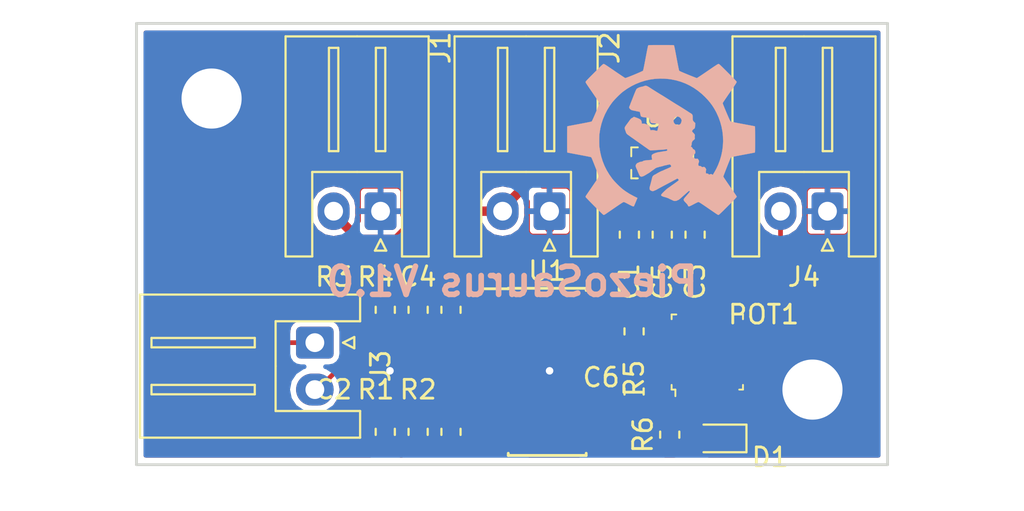
<source format=kicad_pcb>
(kicad_pcb (version 20171130) (host pcbnew 5.0.2-5.fc29)

  (general
    (thickness 1.6)
    (drawings 5)
    (tracks 132)
    (zones 0)
    (modules 23)
    (nets 13)
  )

  (page A4)
  (layers
    (0 F.Cu signal)
    (31 B.Cu signal)
    (32 B.Adhes user)
    (33 F.Adhes user)
    (34 B.Paste user)
    (35 F.Paste user)
    (36 B.SilkS user)
    (37 F.SilkS user)
    (38 B.Mask user)
    (39 F.Mask user)
    (40 Dwgs.User user)
    (41 Cmts.User user)
    (42 Eco1.User user)
    (43 Eco2.User user)
    (44 Edge.Cuts user)
    (45 Margin user)
    (46 B.CrtYd user)
    (47 F.CrtYd user)
    (48 B.Fab user)
    (49 F.Fab user)
  )

  (setup
    (last_trace_width 0.25)
    (trace_clearance 0.2)
    (zone_clearance 0.3)
    (zone_45_only no)
    (trace_min 0.2)
    (segment_width 0.2)
    (edge_width 0.15)
    (via_size 0.8)
    (via_drill 0.4)
    (via_min_size 0.4)
    (via_min_drill 0.3)
    (uvia_size 0.3)
    (uvia_drill 0.1)
    (uvias_allowed no)
    (uvia_min_size 0.2)
    (uvia_min_drill 0.1)
    (pcb_text_width 0.3)
    (pcb_text_size 1.5 1.5)
    (mod_edge_width 0.15)
    (mod_text_size 1 1)
    (mod_text_width 0.15)
    (pad_size 6.4 6.4)
    (pad_drill 3.2)
    (pad_to_mask_clearance 0.051)
    (solder_mask_min_width 0.25)
    (aux_axis_origin 0 0)
    (grid_origin 105 95)
    (visible_elements 7FFFFFFF)
    (pcbplotparams
      (layerselection 0x010fc_ffffffff)
      (usegerberextensions false)
      (usegerberattributes false)
      (usegerberadvancedattributes false)
      (creategerberjobfile false)
      (excludeedgelayer true)
      (linewidth 0.100000)
      (plotframeref false)
      (viasonmask false)
      (mode 1)
      (useauxorigin false)
      (hpglpennumber 1)
      (hpglpenspeed 20)
      (hpglpendiameter 15.000000)
      (psnegative false)
      (psa4output false)
      (plotreference true)
      (plotvalue true)
      (plotinvisibletext false)
      (padsonsilk false)
      (subtractmaskfromsilk false)
      (outputformat 1)
      (mirror false)
      (drillshape 1)
      (scaleselection 1)
      (outputdirectory ""))
  )

  (net 0 "")
  (net 1 /Vin)
  (net 2 GND)
  (net 3 /Vref)
  (net 4 +3V3)
  (net 5 "Net-(C4-Pad1)")
  (net 6 "Net-(C4-Pad2)")
  (net 7 "Net-(D1-Pad2)")
  (net 8 "Net-(J3-Pad2)")
  (net 9 /Probe_Out)
  (net 10 "Net-(R1-Pad2)")
  (net 11 "Net-(POT1-Pad2)")
  (net 12 "Net-(R6-Pad1)")

  (net_class Default "This is the default net class."
    (clearance 0.2)
    (trace_width 0.25)
    (via_dia 0.8)
    (via_drill 0.4)
    (uvia_dia 0.3)
    (uvia_drill 0.1)
    (add_net +3V3)
    (add_net /Probe_Out)
    (add_net /Vin)
    (add_net /Vref)
    (add_net GND)
    (add_net "Net-(C4-Pad1)")
    (add_net "Net-(C4-Pad2)")
    (add_net "Net-(D1-Pad2)")
    (add_net "Net-(J3-Pad2)")
    (add_net "Net-(POT1-Pad2)")
    (add_net "Net-(R1-Pad2)")
    (add_net "Net-(R6-Pad1)")
  )

  (module MountingHole:MountingHole_3.2mm_M3_Pad (layer F.Cu) (tedit 56D1B4CB) (tstamp 5CEAEFB6)
    (at 141 91)
    (descr "Mounting Hole 3.2mm, M3")
    (tags "mounting hole 3.2mm m3")
    (zone_connect 2)
    (attr virtual)
    (fp_text reference REF** (at 0 -4.2) (layer F.SilkS) hide
      (effects (font (size 1 1) (thickness 0.15)))
    )
    (fp_text value MountingHole_3.2mm_M3_Pad (at 0 4.2) (layer F.Fab)
      (effects (font (size 1 1) (thickness 0.15)))
    )
    (fp_circle (center 0 0) (end 3.45 0) (layer F.CrtYd) (width 0.05))
    (fp_circle (center 0 0) (end 3.2 0) (layer Cmts.User) (width 0.15))
    (fp_text user %R (at 0.3 0) (layer F.Fab)
      (effects (font (size 1 1) (thickness 0.15)))
    )
    (pad 1 thru_hole circle (at 0 0) (size 6.4 6.4) (drill 3.2) (layers *.Cu *.Mask)
      (net 2 GND) (zone_connect 2))
  )

  (module Capacitor_SMD:C_0603_1608Metric (layer F.Cu) (tedit 5B301BBE) (tstamp 5CDE7C0C)
    (at 131.25 82.75 90)
    (descr "Capacitor SMD 0603 (1608 Metric), square (rectangular) end terminal, IPC_7351 nominal, (Body size source: http://www.tortai-tech.com/upload/download/2011102023233369053.pdf), generated with kicad-footprint-generator")
    (tags capacitor)
    (path /5CC2F4A3)
    (attr smd)
    (fp_text reference C1 (at -2.5 0 90) (layer F.SilkS)
      (effects (font (size 1 1) (thickness 0.15)))
    )
    (fp_text value 1uF (at 0 1.43 90) (layer F.Fab)
      (effects (font (size 1 1) (thickness 0.15)))
    )
    (fp_text user %R (at 0 0 90) (layer F.Fab)
      (effects (font (size 0.4 0.4) (thickness 0.06)))
    )
    (fp_line (start 1.48 0.73) (end -1.48 0.73) (layer F.CrtYd) (width 0.05))
    (fp_line (start 1.48 -0.73) (end 1.48 0.73) (layer F.CrtYd) (width 0.05))
    (fp_line (start -1.48 -0.73) (end 1.48 -0.73) (layer F.CrtYd) (width 0.05))
    (fp_line (start -1.48 0.73) (end -1.48 -0.73) (layer F.CrtYd) (width 0.05))
    (fp_line (start -0.162779 0.51) (end 0.162779 0.51) (layer F.SilkS) (width 0.12))
    (fp_line (start -0.162779 -0.51) (end 0.162779 -0.51) (layer F.SilkS) (width 0.12))
    (fp_line (start 0.8 0.4) (end -0.8 0.4) (layer F.Fab) (width 0.1))
    (fp_line (start 0.8 -0.4) (end 0.8 0.4) (layer F.Fab) (width 0.1))
    (fp_line (start -0.8 -0.4) (end 0.8 -0.4) (layer F.Fab) (width 0.1))
    (fp_line (start -0.8 0.4) (end -0.8 -0.4) (layer F.Fab) (width 0.1))
    (pad 2 smd roundrect (at 0.7875 0 90) (size 0.875 0.95) (layers F.Cu F.Paste F.Mask) (roundrect_rratio 0.25)
      (net 1 /Vin))
    (pad 1 smd roundrect (at -0.7875 0 90) (size 0.875 0.95) (layers F.Cu F.Paste F.Mask) (roundrect_rratio 0.25)
      (net 2 GND))
    (model ${KISYS3DMOD}/Capacitor_SMD.3dshapes/C_0603_1608Metric.wrl
      (at (xyz 0 0 0))
      (scale (xyz 1 1 1))
      (rotate (xyz 0 0 0))
    )
  )

  (module Capacitor_SMD:C_0603_1608Metric (layer F.Cu) (tedit 5B301BBE) (tstamp 5CDE7165)
    (at 118.25 93.25 90)
    (descr "Capacitor SMD 0603 (1608 Metric), square (rectangular) end terminal, IPC_7351 nominal, (Body size source: http://www.tortai-tech.com/upload/download/2011102023233369053.pdf), generated with kicad-footprint-generator")
    (tags capacitor)
    (path /5CC3D1F7)
    (attr smd)
    (fp_text reference C2 (at 2.25 -2.75 180) (layer F.SilkS)
      (effects (font (size 1 1) (thickness 0.15)))
    )
    (fp_text value 22nF (at 0 1.43 90) (layer F.Fab)
      (effects (font (size 1 1) (thickness 0.15)))
    )
    (fp_text user %R (at 0 0 90) (layer F.Fab)
      (effects (font (size 0.4 0.4) (thickness 0.06)))
    )
    (fp_line (start 1.48 0.73) (end -1.48 0.73) (layer F.CrtYd) (width 0.05))
    (fp_line (start 1.48 -0.73) (end 1.48 0.73) (layer F.CrtYd) (width 0.05))
    (fp_line (start -1.48 -0.73) (end 1.48 -0.73) (layer F.CrtYd) (width 0.05))
    (fp_line (start -1.48 0.73) (end -1.48 -0.73) (layer F.CrtYd) (width 0.05))
    (fp_line (start -0.162779 0.51) (end 0.162779 0.51) (layer F.SilkS) (width 0.12))
    (fp_line (start -0.162779 -0.51) (end 0.162779 -0.51) (layer F.SilkS) (width 0.12))
    (fp_line (start 0.8 0.4) (end -0.8 0.4) (layer F.Fab) (width 0.1))
    (fp_line (start 0.8 -0.4) (end 0.8 0.4) (layer F.Fab) (width 0.1))
    (fp_line (start -0.8 -0.4) (end 0.8 -0.4) (layer F.Fab) (width 0.1))
    (fp_line (start -0.8 0.4) (end -0.8 -0.4) (layer F.Fab) (width 0.1))
    (pad 2 smd roundrect (at 0.7875 0 90) (size 0.875 0.95) (layers F.Cu F.Paste F.Mask) (roundrect_rratio 0.25)
      (net 3 /Vref))
    (pad 1 smd roundrect (at -0.7875 0 90) (size 0.875 0.95) (layers F.Cu F.Paste F.Mask) (roundrect_rratio 0.25)
      (net 2 GND))
    (model ${KISYS3DMOD}/Capacitor_SMD.3dshapes/C_0603_1608Metric.wrl
      (at (xyz 0 0 0))
      (scale (xyz 1 1 1))
      (rotate (xyz 0 0 0))
    )
  )

  (module Capacitor_SMD:C_0603_1608Metric (layer F.Cu) (tedit 5B301BBE) (tstamp 5CDE7CBD)
    (at 134.75 82.75 270)
    (descr "Capacitor SMD 0603 (1608 Metric), square (rectangular) end terminal, IPC_7351 nominal, (Body size source: http://www.tortai-tech.com/upload/download/2011102023233369053.pdf), generated with kicad-footprint-generator")
    (tags capacitor)
    (path /5CC2F3F2)
    (attr smd)
    (fp_text reference C3 (at 2.5 0 270) (layer F.SilkS)
      (effects (font (size 1 1) (thickness 0.15)))
    )
    (fp_text value 22nF (at 0 1.43 270) (layer F.Fab)
      (effects (font (size 1 1) (thickness 0.15)))
    )
    (fp_text user %R (at 0 0 270) (layer F.Fab)
      (effects (font (size 0.4 0.4) (thickness 0.06)))
    )
    (fp_line (start 1.48 0.73) (end -1.48 0.73) (layer F.CrtYd) (width 0.05))
    (fp_line (start 1.48 -0.73) (end 1.48 0.73) (layer F.CrtYd) (width 0.05))
    (fp_line (start -1.48 -0.73) (end 1.48 -0.73) (layer F.CrtYd) (width 0.05))
    (fp_line (start -1.48 0.73) (end -1.48 -0.73) (layer F.CrtYd) (width 0.05))
    (fp_line (start -0.162779 0.51) (end 0.162779 0.51) (layer F.SilkS) (width 0.12))
    (fp_line (start -0.162779 -0.51) (end 0.162779 -0.51) (layer F.SilkS) (width 0.12))
    (fp_line (start 0.8 0.4) (end -0.8 0.4) (layer F.Fab) (width 0.1))
    (fp_line (start 0.8 -0.4) (end 0.8 0.4) (layer F.Fab) (width 0.1))
    (fp_line (start -0.8 -0.4) (end 0.8 -0.4) (layer F.Fab) (width 0.1))
    (fp_line (start -0.8 0.4) (end -0.8 -0.4) (layer F.Fab) (width 0.1))
    (pad 2 smd roundrect (at 0.7875 0 270) (size 0.875 0.95) (layers F.Cu F.Paste F.Mask) (roundrect_rratio 0.25)
      (net 2 GND))
    (pad 1 smd roundrect (at -0.7875 0 270) (size 0.875 0.95) (layers F.Cu F.Paste F.Mask) (roundrect_rratio 0.25)
      (net 4 +3V3))
    (model ${KISYS3DMOD}/Capacitor_SMD.3dshapes/C_0603_1608Metric.wrl
      (at (xyz 0 0 0))
      (scale (xyz 1 1 1))
      (rotate (xyz 0 0 0))
    )
  )

  (module Capacitor_SMD:C_0603_1608Metric (layer F.Cu) (tedit 5B301BBE) (tstamp 5CDE598F)
    (at 121.75 86.75 270)
    (descr "Capacitor SMD 0603 (1608 Metric), square (rectangular) end terminal, IPC_7351 nominal, (Body size source: http://www.tortai-tech.com/upload/download/2011102023233369053.pdf), generated with kicad-footprint-generator")
    (tags capacitor)
    (path /5CC233A1)
    (attr smd)
    (fp_text reference C4 (at -1.75 1.75) (layer F.SilkS)
      (effects (font (size 1 1) (thickness 0.15)))
    )
    (fp_text value 22nF (at 0 1.43 270) (layer F.Fab)
      (effects (font (size 1 1) (thickness 0.15)))
    )
    (fp_text user %R (at 0 0 270) (layer F.Fab)
      (effects (font (size 0.4 0.4) (thickness 0.06)))
    )
    (fp_line (start 1.48 0.73) (end -1.48 0.73) (layer F.CrtYd) (width 0.05))
    (fp_line (start 1.48 -0.73) (end 1.48 0.73) (layer F.CrtYd) (width 0.05))
    (fp_line (start -1.48 -0.73) (end 1.48 -0.73) (layer F.CrtYd) (width 0.05))
    (fp_line (start -1.48 0.73) (end -1.48 -0.73) (layer F.CrtYd) (width 0.05))
    (fp_line (start -0.162779 0.51) (end 0.162779 0.51) (layer F.SilkS) (width 0.12))
    (fp_line (start -0.162779 -0.51) (end 0.162779 -0.51) (layer F.SilkS) (width 0.12))
    (fp_line (start 0.8 0.4) (end -0.8 0.4) (layer F.Fab) (width 0.1))
    (fp_line (start 0.8 -0.4) (end 0.8 0.4) (layer F.Fab) (width 0.1))
    (fp_line (start -0.8 -0.4) (end 0.8 -0.4) (layer F.Fab) (width 0.1))
    (fp_line (start -0.8 0.4) (end -0.8 -0.4) (layer F.Fab) (width 0.1))
    (pad 2 smd roundrect (at 0.7875 0 270) (size 0.875 0.95) (layers F.Cu F.Paste F.Mask) (roundrect_rratio 0.25)
      (net 6 "Net-(C4-Pad2)"))
    (pad 1 smd roundrect (at -0.7875 0 270) (size 0.875 0.95) (layers F.Cu F.Paste F.Mask) (roundrect_rratio 0.25)
      (net 5 "Net-(C4-Pad1)"))
    (model ${KISYS3DMOD}/Capacitor_SMD.3dshapes/C_0603_1608Metric.wrl
      (at (xyz 0 0 0))
      (scale (xyz 1 1 1))
      (rotate (xyz 0 0 0))
    )
  )

  (module Capacitor_SMD:C_0603_1608Metric (layer F.Cu) (tedit 5B301BBE) (tstamp 5CEAF37D)
    (at 133 82.75 90)
    (descr "Capacitor SMD 0603 (1608 Metric), square (rectangular) end terminal, IPC_7351 nominal, (Body size source: http://www.tortai-tech.com/upload/download/2011102023233369053.pdf), generated with kicad-footprint-generator")
    (tags capacitor)
    (path /5CC2F467)
    (attr smd)
    (fp_text reference C5 (at -2.5 0 90) (layer F.SilkS)
      (effects (font (size 1 1) (thickness 0.15)))
    )
    (fp_text value 1uF (at 0 1.43 90) (layer F.Fab)
      (effects (font (size 1 1) (thickness 0.15)))
    )
    (fp_text user %R (at 0 0 90) (layer F.Fab)
      (effects (font (size 0.4 0.4) (thickness 0.06)))
    )
    (fp_line (start 1.48 0.73) (end -1.48 0.73) (layer F.CrtYd) (width 0.05))
    (fp_line (start 1.48 -0.73) (end 1.48 0.73) (layer F.CrtYd) (width 0.05))
    (fp_line (start -1.48 -0.73) (end 1.48 -0.73) (layer F.CrtYd) (width 0.05))
    (fp_line (start -1.48 0.73) (end -1.48 -0.73) (layer F.CrtYd) (width 0.05))
    (fp_line (start -0.162779 0.51) (end 0.162779 0.51) (layer F.SilkS) (width 0.12))
    (fp_line (start -0.162779 -0.51) (end 0.162779 -0.51) (layer F.SilkS) (width 0.12))
    (fp_line (start 0.8 0.4) (end -0.8 0.4) (layer F.Fab) (width 0.1))
    (fp_line (start 0.8 -0.4) (end 0.8 0.4) (layer F.Fab) (width 0.1))
    (fp_line (start -0.8 -0.4) (end 0.8 -0.4) (layer F.Fab) (width 0.1))
    (fp_line (start -0.8 0.4) (end -0.8 -0.4) (layer F.Fab) (width 0.1))
    (pad 2 smd roundrect (at 0.7875 0 90) (size 0.875 0.95) (layers F.Cu F.Paste F.Mask) (roundrect_rratio 0.25)
      (net 4 +3V3))
    (pad 1 smd roundrect (at -0.7875 0 90) (size 0.875 0.95) (layers F.Cu F.Paste F.Mask) (roundrect_rratio 0.25)
      (net 2 GND))
    (model ${KISYS3DMOD}/Capacitor_SMD.3dshapes/C_0603_1608Metric.wrl
      (at (xyz 0 0 0))
      (scale (xyz 1 1 1))
      (rotate (xyz 0 0 0))
    )
  )

  (module Capacitor_SMD:C_0603_1608Metric (layer F.Cu) (tedit 5B301BBE) (tstamp 5CDE5883)
    (at 131.5 91.1 90)
    (descr "Capacitor SMD 0603 (1608 Metric), square (rectangular) end terminal, IPC_7351 nominal, (Body size source: http://www.tortai-tech.com/upload/download/2011102023233369053.pdf), generated with kicad-footprint-generator")
    (tags capacitor)
    (path /5CC34B9B)
    (attr smd)
    (fp_text reference C6 (at 0.75 -1.75 180) (layer F.SilkS)
      (effects (font (size 1 1) (thickness 0.15)))
    )
    (fp_text value 2nF (at 0 1.43 90) (layer F.Fab)
      (effects (font (size 1 1) (thickness 0.15)))
    )
    (fp_text user %R (at 0 0 90) (layer F.Fab)
      (effects (font (size 0.4 0.4) (thickness 0.06)))
    )
    (fp_line (start 1.48 0.73) (end -1.48 0.73) (layer F.CrtYd) (width 0.05))
    (fp_line (start 1.48 -0.73) (end 1.48 0.73) (layer F.CrtYd) (width 0.05))
    (fp_line (start -1.48 -0.73) (end 1.48 -0.73) (layer F.CrtYd) (width 0.05))
    (fp_line (start -1.48 0.73) (end -1.48 -0.73) (layer F.CrtYd) (width 0.05))
    (fp_line (start -0.162779 0.51) (end 0.162779 0.51) (layer F.SilkS) (width 0.12))
    (fp_line (start -0.162779 -0.51) (end 0.162779 -0.51) (layer F.SilkS) (width 0.12))
    (fp_line (start 0.8 0.4) (end -0.8 0.4) (layer F.Fab) (width 0.1))
    (fp_line (start 0.8 -0.4) (end 0.8 0.4) (layer F.Fab) (width 0.1))
    (fp_line (start -0.8 -0.4) (end 0.8 -0.4) (layer F.Fab) (width 0.1))
    (fp_line (start -0.8 0.4) (end -0.8 -0.4) (layer F.Fab) (width 0.1))
    (pad 2 smd roundrect (at 0.7875 0 90) (size 0.875 0.95) (layers F.Cu F.Paste F.Mask) (roundrect_rratio 0.25)
      (net 4 +3V3))
    (pad 1 smd roundrect (at -0.7875 0 90) (size 0.875 0.95) (layers F.Cu F.Paste F.Mask) (roundrect_rratio 0.25)
      (net 2 GND))
    (model ${KISYS3DMOD}/Capacitor_SMD.3dshapes/C_0603_1608Metric.wrl
      (at (xyz 0 0 0))
      (scale (xyz 1 1 1))
      (rotate (xyz 0 0 0))
    )
  )

  (module LED_SMD:LED_0603_1608Metric (layer F.Cu) (tedit 5B301BBE) (tstamp 5CDE5671)
    (at 136 93.6 180)
    (descr "LED SMD 0603 (1608 Metric), square (rectangular) end terminal, IPC_7351 nominal, (Body size source: http://www.tortai-tech.com/upload/download/2011102023233369053.pdf), generated with kicad-footprint-generator")
    (tags diode)
    (path /5CC29D9A)
    (attr smd)
    (fp_text reference D1 (at -2.75 -1 180) (layer F.SilkS)
      (effects (font (size 1 1) (thickness 0.15)))
    )
    (fp_text value LED (at 0 1.43 180) (layer F.Fab)
      (effects (font (size 1 1) (thickness 0.15)))
    )
    (fp_text user %R (at 0 0 180) (layer F.Fab)
      (effects (font (size 0.4 0.4) (thickness 0.06)))
    )
    (fp_line (start 1.48 0.73) (end -1.48 0.73) (layer F.CrtYd) (width 0.05))
    (fp_line (start 1.48 -0.73) (end 1.48 0.73) (layer F.CrtYd) (width 0.05))
    (fp_line (start -1.48 -0.73) (end 1.48 -0.73) (layer F.CrtYd) (width 0.05))
    (fp_line (start -1.48 0.73) (end -1.48 -0.73) (layer F.CrtYd) (width 0.05))
    (fp_line (start -1.485 0.735) (end 0.8 0.735) (layer F.SilkS) (width 0.12))
    (fp_line (start -1.485 -0.735) (end -1.485 0.735) (layer F.SilkS) (width 0.12))
    (fp_line (start 0.8 -0.735) (end -1.485 -0.735) (layer F.SilkS) (width 0.12))
    (fp_line (start 0.8 0.4) (end 0.8 -0.4) (layer F.Fab) (width 0.1))
    (fp_line (start -0.8 0.4) (end 0.8 0.4) (layer F.Fab) (width 0.1))
    (fp_line (start -0.8 -0.1) (end -0.8 0.4) (layer F.Fab) (width 0.1))
    (fp_line (start -0.5 -0.4) (end -0.8 -0.1) (layer F.Fab) (width 0.1))
    (fp_line (start 0.8 -0.4) (end -0.5 -0.4) (layer F.Fab) (width 0.1))
    (pad 2 smd roundrect (at 0.7875 0 180) (size 0.875 0.95) (layers F.Cu F.Paste F.Mask) (roundrect_rratio 0.25)
      (net 7 "Net-(D1-Pad2)"))
    (pad 1 smd roundrect (at -0.7875 0 180) (size 0.875 0.95) (layers F.Cu F.Paste F.Mask) (roundrect_rratio 0.25)
      (net 2 GND))
    (model ${KISYS3DMOD}/LED_SMD.3dshapes/LED_0603_1608Metric.wrl
      (at (xyz 0 0 0))
      (scale (xyz 1 1 1))
      (rotate (xyz 0 0 0))
    )
  )

  (module Resistor_SMD:R_0603_1608Metric (layer F.Cu) (tedit 5B301BBD) (tstamp 5CDE7679)
    (at 120 93.25 270)
    (descr "Resistor SMD 0603 (1608 Metric), square (rectangular) end terminal, IPC_7351 nominal, (Body size source: http://www.tortai-tech.com/upload/download/2011102023233369053.pdf), generated with kicad-footprint-generator")
    (tags resistor)
    (path /5CC2330C)
    (attr smd)
    (fp_text reference R1 (at -2.25 2.25) (layer F.SilkS)
      (effects (font (size 1 1) (thickness 0.15)))
    )
    (fp_text value 10K (at 0 1.43 270) (layer F.Fab)
      (effects (font (size 1 1) (thickness 0.15)))
    )
    (fp_text user %R (at 0 0 270) (layer F.Fab)
      (effects (font (size 0.4 0.4) (thickness 0.06)))
    )
    (fp_line (start 1.48 0.73) (end -1.48 0.73) (layer F.CrtYd) (width 0.05))
    (fp_line (start 1.48 -0.73) (end 1.48 0.73) (layer F.CrtYd) (width 0.05))
    (fp_line (start -1.48 -0.73) (end 1.48 -0.73) (layer F.CrtYd) (width 0.05))
    (fp_line (start -1.48 0.73) (end -1.48 -0.73) (layer F.CrtYd) (width 0.05))
    (fp_line (start -0.162779 0.51) (end 0.162779 0.51) (layer F.SilkS) (width 0.12))
    (fp_line (start -0.162779 -0.51) (end 0.162779 -0.51) (layer F.SilkS) (width 0.12))
    (fp_line (start 0.8 0.4) (end -0.8 0.4) (layer F.Fab) (width 0.1))
    (fp_line (start 0.8 -0.4) (end 0.8 0.4) (layer F.Fab) (width 0.1))
    (fp_line (start -0.8 -0.4) (end 0.8 -0.4) (layer F.Fab) (width 0.1))
    (fp_line (start -0.8 0.4) (end -0.8 -0.4) (layer F.Fab) (width 0.1))
    (pad 2 smd roundrect (at 0.7875 0 270) (size 0.875 0.95) (layers F.Cu F.Paste F.Mask) (roundrect_rratio 0.25)
      (net 10 "Net-(R1-Pad2)"))
    (pad 1 smd roundrect (at -0.7875 0 270) (size 0.875 0.95) (layers F.Cu F.Paste F.Mask) (roundrect_rratio 0.25)
      (net 4 +3V3))
    (model ${KISYS3DMOD}/Resistor_SMD.3dshapes/R_0603_1608Metric.wrl
      (at (xyz 0 0 0))
      (scale (xyz 1 1 1))
      (rotate (xyz 0 0 0))
    )
  )

  (module Resistor_SMD:R_0603_1608Metric (layer F.Cu) (tedit 5B301BBD) (tstamp 5CDE725C)
    (at 121.75 93.25 270)
    (descr "Resistor SMD 0603 (1608 Metric), square (rectangular) end terminal, IPC_7351 nominal, (Body size source: http://www.tortai-tech.com/upload/download/2011102023233369053.pdf), generated with kicad-footprint-generator")
    (tags resistor)
    (path /5CC23358)
    (attr smd)
    (fp_text reference R2 (at -2.25 1.75) (layer F.SilkS)
      (effects (font (size 1 1) (thickness 0.15)))
    )
    (fp_text value 10K (at 0 1.43 270) (layer F.Fab)
      (effects (font (size 1 1) (thickness 0.15)))
    )
    (fp_text user %R (at 0 0 270) (layer F.Fab)
      (effects (font (size 0.4 0.4) (thickness 0.06)))
    )
    (fp_line (start 1.48 0.73) (end -1.48 0.73) (layer F.CrtYd) (width 0.05))
    (fp_line (start 1.48 -0.73) (end 1.48 0.73) (layer F.CrtYd) (width 0.05))
    (fp_line (start -1.48 -0.73) (end 1.48 -0.73) (layer F.CrtYd) (width 0.05))
    (fp_line (start -1.48 0.73) (end -1.48 -0.73) (layer F.CrtYd) (width 0.05))
    (fp_line (start -0.162779 0.51) (end 0.162779 0.51) (layer F.SilkS) (width 0.12))
    (fp_line (start -0.162779 -0.51) (end 0.162779 -0.51) (layer F.SilkS) (width 0.12))
    (fp_line (start 0.8 0.4) (end -0.8 0.4) (layer F.Fab) (width 0.1))
    (fp_line (start 0.8 -0.4) (end 0.8 0.4) (layer F.Fab) (width 0.1))
    (fp_line (start -0.8 -0.4) (end 0.8 -0.4) (layer F.Fab) (width 0.1))
    (fp_line (start -0.8 0.4) (end -0.8 -0.4) (layer F.Fab) (width 0.1))
    (pad 2 smd roundrect (at 0.7875 0 270) (size 0.875 0.95) (layers F.Cu F.Paste F.Mask) (roundrect_rratio 0.25)
      (net 2 GND))
    (pad 1 smd roundrect (at -0.7875 0 270) (size 0.875 0.95) (layers F.Cu F.Paste F.Mask) (roundrect_rratio 0.25)
      (net 10 "Net-(R1-Pad2)"))
    (model ${KISYS3DMOD}/Resistor_SMD.3dshapes/R_0603_1608Metric.wrl
      (at (xyz 0 0 0))
      (scale (xyz 1 1 1))
      (rotate (xyz 0 0 0))
    )
  )

  (module Resistor_SMD:R_0603_1608Metric (layer F.Cu) (tedit 5B301BBD) (tstamp 5CDE74EE)
    (at 118.25 86.75 90)
    (descr "Resistor SMD 0603 (1608 Metric), square (rectangular) end terminal, IPC_7351 nominal, (Body size source: http://www.tortai-tech.com/upload/download/2011102023233369053.pdf), generated with kicad-footprint-generator")
    (tags resistor)
    (path /5CC232A0)
    (attr smd)
    (fp_text reference R3 (at 1.75 -2.75 180) (layer F.SilkS)
      (effects (font (size 1 1) (thickness 0.15)))
    )
    (fp_text value 10K (at 0 1.43 90) (layer F.Fab)
      (effects (font (size 1 1) (thickness 0.15)))
    )
    (fp_text user %R (at 0 0 90) (layer F.Fab)
      (effects (font (size 0.4 0.4) (thickness 0.06)))
    )
    (fp_line (start 1.48 0.73) (end -1.48 0.73) (layer F.CrtYd) (width 0.05))
    (fp_line (start 1.48 -0.73) (end 1.48 0.73) (layer F.CrtYd) (width 0.05))
    (fp_line (start -1.48 -0.73) (end 1.48 -0.73) (layer F.CrtYd) (width 0.05))
    (fp_line (start -1.48 0.73) (end -1.48 -0.73) (layer F.CrtYd) (width 0.05))
    (fp_line (start -0.162779 0.51) (end 0.162779 0.51) (layer F.SilkS) (width 0.12))
    (fp_line (start -0.162779 -0.51) (end 0.162779 -0.51) (layer F.SilkS) (width 0.12))
    (fp_line (start 0.8 0.4) (end -0.8 0.4) (layer F.Fab) (width 0.1))
    (fp_line (start 0.8 -0.4) (end 0.8 0.4) (layer F.Fab) (width 0.1))
    (fp_line (start -0.8 -0.4) (end 0.8 -0.4) (layer F.Fab) (width 0.1))
    (fp_line (start -0.8 0.4) (end -0.8 -0.4) (layer F.Fab) (width 0.1))
    (pad 2 smd roundrect (at 0.7875 0 90) (size 0.875 0.95) (layers F.Cu F.Paste F.Mask) (roundrect_rratio 0.25)
      (net 8 "Net-(J3-Pad2)"))
    (pad 1 smd roundrect (at -0.7875 0 90) (size 0.875 0.95) (layers F.Cu F.Paste F.Mask) (roundrect_rratio 0.25)
      (net 6 "Net-(C4-Pad2)"))
    (model ${KISYS3DMOD}/Resistor_SMD.3dshapes/R_0603_1608Metric.wrl
      (at (xyz 0 0 0))
      (scale (xyz 1 1 1))
      (rotate (xyz 0 0 0))
    )
  )

  (module Resistor_SMD:R_0603_1608Metric (layer F.Cu) (tedit 5B301BBD) (tstamp 5CDE6F96)
    (at 120 86.75 270)
    (descr "Resistor SMD 0603 (1608 Metric), square (rectangular) end terminal, IPC_7351 nominal, (Body size source: http://www.tortai-tech.com/upload/download/2011102023233369053.pdf), generated with kicad-footprint-generator")
    (tags resistor)
    (path /5CC231C0)
    (attr smd)
    (fp_text reference R4 (at -1.75 2.25) (layer F.SilkS)
      (effects (font (size 1 1) (thickness 0.15)))
    )
    (fp_text value 10K (at 0 1.43 270) (layer F.Fab)
      (effects (font (size 1 1) (thickness 0.15)))
    )
    (fp_text user %R (at 0 0 270) (layer F.Fab)
      (effects (font (size 0.4 0.4) (thickness 0.06)))
    )
    (fp_line (start 1.48 0.73) (end -1.48 0.73) (layer F.CrtYd) (width 0.05))
    (fp_line (start 1.48 -0.73) (end 1.48 0.73) (layer F.CrtYd) (width 0.05))
    (fp_line (start -1.48 -0.73) (end 1.48 -0.73) (layer F.CrtYd) (width 0.05))
    (fp_line (start -1.48 0.73) (end -1.48 -0.73) (layer F.CrtYd) (width 0.05))
    (fp_line (start -0.162779 0.51) (end 0.162779 0.51) (layer F.SilkS) (width 0.12))
    (fp_line (start -0.162779 -0.51) (end 0.162779 -0.51) (layer F.SilkS) (width 0.12))
    (fp_line (start 0.8 0.4) (end -0.8 0.4) (layer F.Fab) (width 0.1))
    (fp_line (start 0.8 -0.4) (end 0.8 0.4) (layer F.Fab) (width 0.1))
    (fp_line (start -0.8 -0.4) (end 0.8 -0.4) (layer F.Fab) (width 0.1))
    (fp_line (start -0.8 0.4) (end -0.8 -0.4) (layer F.Fab) (width 0.1))
    (pad 2 smd roundrect (at 0.7875 0 270) (size 0.875 0.95) (layers F.Cu F.Paste F.Mask) (roundrect_rratio 0.25)
      (net 6 "Net-(C4-Pad2)"))
    (pad 1 smd roundrect (at -0.7875 0 270) (size 0.875 0.95) (layers F.Cu F.Paste F.Mask) (roundrect_rratio 0.25)
      (net 5 "Net-(C4-Pad1)"))
    (model ${KISYS3DMOD}/Resistor_SMD.3dshapes/R_0603_1608Metric.wrl
      (at (xyz 0 0 0))
      (scale (xyz 1 1 1))
      (rotate (xyz 0 0 0))
    )
  )

  (module Resistor_SMD:R_0603_1608Metric (layer F.Cu) (tedit 5B301BBD) (tstamp 5CDE63D8)
    (at 131.5 87.9 270)
    (descr "Resistor SMD 0603 (1608 Metric), square (rectangular) end terminal, IPC_7351 nominal, (Body size source: http://www.tortai-tech.com/upload/download/2011102023233369053.pdf), generated with kicad-footprint-generator")
    (tags resistor)
    (path /5CC232D2)
    (attr smd)
    (fp_text reference R5 (at 2.5 0 270) (layer F.SilkS)
      (effects (font (size 1 1) (thickness 0.15)))
    )
    (fp_text value 10K (at 0 1.43 270) (layer F.Fab)
      (effects (font (size 1 1) (thickness 0.15)))
    )
    (fp_text user %R (at 0 0 270) (layer F.Fab)
      (effects (font (size 0.4 0.4) (thickness 0.06)))
    )
    (fp_line (start 1.48 0.73) (end -1.48 0.73) (layer F.CrtYd) (width 0.05))
    (fp_line (start 1.48 -0.73) (end 1.48 0.73) (layer F.CrtYd) (width 0.05))
    (fp_line (start -1.48 -0.73) (end 1.48 -0.73) (layer F.CrtYd) (width 0.05))
    (fp_line (start -1.48 0.73) (end -1.48 -0.73) (layer F.CrtYd) (width 0.05))
    (fp_line (start -0.162779 0.51) (end 0.162779 0.51) (layer F.SilkS) (width 0.12))
    (fp_line (start -0.162779 -0.51) (end 0.162779 -0.51) (layer F.SilkS) (width 0.12))
    (fp_line (start 0.8 0.4) (end -0.8 0.4) (layer F.Fab) (width 0.1))
    (fp_line (start 0.8 -0.4) (end 0.8 0.4) (layer F.Fab) (width 0.1))
    (fp_line (start -0.8 -0.4) (end 0.8 -0.4) (layer F.Fab) (width 0.1))
    (fp_line (start -0.8 0.4) (end -0.8 -0.4) (layer F.Fab) (width 0.1))
    (pad 2 smd roundrect (at 0.7875 0 270) (size 0.875 0.95) (layers F.Cu F.Paste F.Mask) (roundrect_rratio 0.25)
      (net 11 "Net-(POT1-Pad2)"))
    (pad 1 smd roundrect (at -0.7875 0 270) (size 0.875 0.95) (layers F.Cu F.Paste F.Mask) (roundrect_rratio 0.25)
      (net 4 +3V3))
    (model ${KISYS3DMOD}/Resistor_SMD.3dshapes/R_0603_1608Metric.wrl
      (at (xyz 0 0 0))
      (scale (xyz 1 1 1))
      (rotate (xyz 0 0 0))
    )
  )

  (module Resistor_SMD:R_0603_1608Metric (layer F.Cu) (tedit 5B301BBD) (tstamp 5CDE5FCD)
    (at 133.4 93.4 90)
    (descr "Resistor SMD 0603 (1608 Metric), square (rectangular) end terminal, IPC_7351 nominal, (Body size source: http://www.tortai-tech.com/upload/download/2011102023233369053.pdf), generated with kicad-footprint-generator")
    (tags resistor)
    (path /5CC29D03)
    (attr smd)
    (fp_text reference R6 (at 0 -1.43 90) (layer F.SilkS)
      (effects (font (size 1 1) (thickness 0.15)))
    )
    (fp_text value 100 (at 0 1.43 90) (layer F.Fab)
      (effects (font (size 1 1) (thickness 0.15)))
    )
    (fp_text user %R (at 0 0 90) (layer F.Fab)
      (effects (font (size 0.4 0.4) (thickness 0.06)))
    )
    (fp_line (start 1.48 0.73) (end -1.48 0.73) (layer F.CrtYd) (width 0.05))
    (fp_line (start 1.48 -0.73) (end 1.48 0.73) (layer F.CrtYd) (width 0.05))
    (fp_line (start -1.48 -0.73) (end 1.48 -0.73) (layer F.CrtYd) (width 0.05))
    (fp_line (start -1.48 0.73) (end -1.48 -0.73) (layer F.CrtYd) (width 0.05))
    (fp_line (start -0.162779 0.51) (end 0.162779 0.51) (layer F.SilkS) (width 0.12))
    (fp_line (start -0.162779 -0.51) (end 0.162779 -0.51) (layer F.SilkS) (width 0.12))
    (fp_line (start 0.8 0.4) (end -0.8 0.4) (layer F.Fab) (width 0.1))
    (fp_line (start 0.8 -0.4) (end 0.8 0.4) (layer F.Fab) (width 0.1))
    (fp_line (start -0.8 -0.4) (end 0.8 -0.4) (layer F.Fab) (width 0.1))
    (fp_line (start -0.8 0.4) (end -0.8 -0.4) (layer F.Fab) (width 0.1))
    (pad 2 smd roundrect (at 0.7875 0 90) (size 0.875 0.95) (layers F.Cu F.Paste F.Mask) (roundrect_rratio 0.25)
      (net 7 "Net-(D1-Pad2)"))
    (pad 1 smd roundrect (at -0.7875 0 90) (size 0.875 0.95) (layers F.Cu F.Paste F.Mask) (roundrect_rratio 0.25)
      (net 12 "Net-(R6-Pad1)"))
    (model ${KISYS3DMOD}/Resistor_SMD.3dshapes/R_0603_1608Metric.wrl
      (at (xyz 0 0 0))
      (scale (xyz 1 1 1))
      (rotate (xyz 0 0 0))
    )
  )

  (module Package_SO:SOIC-14_3.9x8.7mm_P1.27mm (layer F.Cu) (tedit 5A02F2D3) (tstamp 5CD18932)
    (at 126.875001 90.055001)
    (descr "14-Lead Plastic Small Outline (SL) - Narrow, 3.90 mm Body [SOIC] (see Microchip Packaging Specification 00000049BS.pdf)")
    (tags "SOIC 1.27")
    (path /5CC23480)
    (attr smd)
    (fp_text reference U1 (at 0 -5.375) (layer F.SilkS)
      (effects (font (size 1 1) (thickness 0.15)))
    )
    (fp_text value LMV324 (at 0 5.375) (layer F.Fab)
      (effects (font (size 1 1) (thickness 0.15)))
    )
    (fp_line (start -2.075 -4.425) (end -3.45 -4.425) (layer F.SilkS) (width 0.15))
    (fp_line (start -2.075 4.45) (end 2.075 4.45) (layer F.SilkS) (width 0.15))
    (fp_line (start -2.075 -4.45) (end 2.075 -4.45) (layer F.SilkS) (width 0.15))
    (fp_line (start -2.075 4.45) (end -2.075 4.335) (layer F.SilkS) (width 0.15))
    (fp_line (start 2.075 4.45) (end 2.075 4.335) (layer F.SilkS) (width 0.15))
    (fp_line (start 2.075 -4.45) (end 2.075 -4.335) (layer F.SilkS) (width 0.15))
    (fp_line (start -2.075 -4.45) (end -2.075 -4.425) (layer F.SilkS) (width 0.15))
    (fp_line (start -3.7 4.65) (end 3.7 4.65) (layer F.CrtYd) (width 0.05))
    (fp_line (start -3.7 -4.65) (end 3.7 -4.65) (layer F.CrtYd) (width 0.05))
    (fp_line (start 3.7 -4.65) (end 3.7 4.65) (layer F.CrtYd) (width 0.05))
    (fp_line (start -3.7 -4.65) (end -3.7 4.65) (layer F.CrtYd) (width 0.05))
    (fp_line (start -1.95 -3.35) (end -0.95 -4.35) (layer F.Fab) (width 0.15))
    (fp_line (start -1.95 4.35) (end -1.95 -3.35) (layer F.Fab) (width 0.15))
    (fp_line (start 1.95 4.35) (end -1.95 4.35) (layer F.Fab) (width 0.15))
    (fp_line (start 1.95 -4.35) (end 1.95 4.35) (layer F.Fab) (width 0.15))
    (fp_line (start -0.95 -4.35) (end 1.95 -4.35) (layer F.Fab) (width 0.15))
    (fp_text user %R (at 0 0) (layer F.Fab)
      (effects (font (size 0.9 0.9) (thickness 0.135)))
    )
    (pad 14 smd rect (at 2.7 -3.81) (size 1.5 0.6) (layers F.Cu F.Paste F.Mask)
      (net 9 /Probe_Out))
    (pad 13 smd rect (at 2.7 -2.54) (size 1.5 0.6) (layers F.Cu F.Paste F.Mask)
      (net 5 "Net-(C4-Pad1)"))
    (pad 12 smd rect (at 2.7 -1.27) (size 1.5 0.6) (layers F.Cu F.Paste F.Mask)
      (net 11 "Net-(POT1-Pad2)"))
    (pad 11 smd rect (at 2.7 0) (size 1.5 0.6) (layers F.Cu F.Paste F.Mask)
      (net 2 GND))
    (pad 10 smd rect (at 2.7 1.27) (size 1.5 0.6) (layers F.Cu F.Paste F.Mask)
      (net 9 /Probe_Out))
    (pad 9 smd rect (at 2.7 2.54) (size 1.5 0.6) (layers F.Cu F.Paste F.Mask)
      (net 12 "Net-(R6-Pad1)"))
    (pad 8 smd rect (at 2.7 3.81) (size 1.5 0.6) (layers F.Cu F.Paste F.Mask)
      (net 12 "Net-(R6-Pad1)"))
    (pad 7 smd rect (at -2.7 3.81) (size 1.5 0.6) (layers F.Cu F.Paste F.Mask)
      (net 3 /Vref))
    (pad 6 smd rect (at -2.7 2.54) (size 1.5 0.6) (layers F.Cu F.Paste F.Mask)
      (net 3 /Vref))
    (pad 5 smd rect (at -2.7 1.27) (size 1.5 0.6) (layers F.Cu F.Paste F.Mask)
      (net 10 "Net-(R1-Pad2)"))
    (pad 4 smd rect (at -2.7 0) (size 1.5 0.6) (layers F.Cu F.Paste F.Mask)
      (net 4 +3V3))
    (pad 3 smd rect (at -2.7 -1.27) (size 1.5 0.6) (layers F.Cu F.Paste F.Mask)
      (net 3 /Vref))
    (pad 2 smd rect (at -2.7 -2.54) (size 1.5 0.6) (layers F.Cu F.Paste F.Mask)
      (net 6 "Net-(C4-Pad2)"))
    (pad 1 smd rect (at -2.7 -3.81) (size 1.5 0.6) (layers F.Cu F.Paste F.Mask)
      (net 5 "Net-(C4-Pad1)"))
    (model ${KISYS3DMOD}/Package_SO.3dshapes/SOIC-14_3.9x8.7mm_P1.27mm.wrl
      (at (xyz 0 0 0))
      (scale (xyz 1 1 1))
      (rotate (xyz 0 0 0))
    )
  )

  (module digikey-footprints:Trimpot_3.8mmx3.6mm_TC33X-2-103E (layer F.Cu) (tedit 59A9804A) (tstamp 5CEAE947)
    (at 135.4 89)
    (descr http://www.bourns.com/docs/Product-Datasheets/TC33.pdf)
    (path /5CC5ED9D)
    (fp_text reference POT1 (at 3 -2) (layer F.SilkS)
      (effects (font (size 1 1) (thickness 0.15)))
    )
    (fp_text value TC33X-2-103E (at 0 3.65) (layer F.Fab)
      (effects (font (size 1 1) (thickness 0.15)))
    )
    (fp_line (start -1.8 1.9) (end 1.8 1.9) (layer F.Fab) (width 0.1))
    (fp_line (start -1.8 -1.9) (end 1.8 -1.9) (layer F.Fab) (width 0.1))
    (fp_line (start -1.8 -1.9) (end -1.8 1.9) (layer F.Fab) (width 0.1))
    (fp_line (start 1.8 1.9) (end 1.8 -1.9) (layer F.Fab) (width 0.1))
    (fp_line (start -1.7 2) (end -1.7 2.35) (layer F.SilkS) (width 0.1))
    (fp_line (start -1.9 2) (end -1.7 2) (layer F.SilkS) (width 0.1))
    (fp_line (start -1.9 1.75) (end -1.9 2) (layer F.SilkS) (width 0.1))
    (fp_line (start 1.9 2) (end 1.9 1.75) (layer F.SilkS) (width 0.1))
    (fp_line (start 1.9 2) (end 1.7 2) (layer F.SilkS) (width 0.1))
    (fp_line (start 1.9 -2) (end 1.65 -2) (layer F.SilkS) (width 0.1))
    (fp_line (start 1.9 -2) (end 1.9 -1.75) (layer F.SilkS) (width 0.1))
    (fp_line (start -1.9 -2) (end -1.65 -2) (layer F.SilkS) (width 0.1))
    (fp_line (start -1.9 -2) (end -1.9 -1.75) (layer F.SilkS) (width 0.1))
    (fp_text user %R (at 0 0) (layer F.Fab)
      (effects (font (size 0.5 0.5) (thickness 0.05)))
    )
    (fp_line (start 2.05 -2.45) (end -2.05 -2.45) (layer F.CrtYd) (width 0.05))
    (fp_line (start 2.05 2.65) (end -2.05 2.65) (layer F.CrtYd) (width 0.05))
    (fp_line (start 2.05 2.65) (end 2.05 -2.45) (layer F.CrtYd) (width 0.05))
    (fp_line (start -2.05 -2.45) (end -2.05 2.65) (layer F.CrtYd) (width 0.05))
    (pad 3 smd rect (at 1 1.8) (size 1.2 1.2) (layers F.Cu F.Paste F.Mask)
      (net 11 "Net-(POT1-Pad2)"))
    (pad 1 smd rect (at -1 1.8) (size 1.2 1.2) (layers F.Cu F.Paste F.Mask)
      (net 2 GND))
    (pad 2 smd rect (at 0 -1.45) (size 1.6 1.5) (layers F.Cu F.Paste F.Mask)
      (net 11 "Net-(POT1-Pad2)"))
  )

  (module digikey-footprints:SOT-23-3 (layer F.Cu) (tedit 5CC29B4C) (tstamp 5CDE7C47)
    (at 133 78.925 270)
    (path /5CC2F186)
    (fp_text reference U2 (at -2.425 0 180) (layer F.SilkS)
      (effects (font (size 1 1) (thickness 0.15)))
    )
    (fp_text value TLV76033DBZT (at 0.025 3.25 270) (layer F.Fab)
      (effects (font (size 1 1) (thickness 0.15)))
    )
    (fp_line (start 0.7 1.52) (end 0.7 -1.52) (layer F.Fab) (width 0.1))
    (fp_line (start -0.7 1.52) (end 0.7 1.52) (layer F.Fab) (width 0.1))
    (fp_text user %R (at -0.125 0.15 270) (layer F.Fab)
      (effects (font (size 0.25 0.25) (thickness 0.05)))
    )
    (fp_line (start 0.825 -1.65) (end 0.825 -1.35) (layer F.SilkS) (width 0.1))
    (fp_line (start 0.45 -1.65) (end 0.825 -1.65) (layer F.SilkS) (width 0.1))
    (fp_line (start 0.825 1.65) (end 0.375 1.65) (layer F.SilkS) (width 0.1))
    (fp_line (start 0.825 1.35) (end 0.825 1.65) (layer F.SilkS) (width 0.1))
    (fp_line (start 0.825 1.425) (end 0.825 1.3) (layer F.SilkS) (width 0.1))
    (fp_line (start -0.825 1.65) (end -0.825 1.3) (layer F.SilkS) (width 0.1))
    (fp_line (start -0.35 1.65) (end -0.825 1.65) (layer F.SilkS) (width 0.1))
    (fp_line (start -0.425 -1.525) (end -0.7 -1.325) (layer F.Fab) (width 0.1))
    (fp_line (start -0.425 -1.525) (end 0.7 -1.525) (layer F.Fab) (width 0.1))
    (fp_line (start -0.7 -1.325) (end -0.7 1.525) (layer F.Fab) (width 0.1))
    (fp_line (start -0.825 -1.325) (end -1.6 -1.325) (layer F.SilkS) (width 0.1))
    (fp_line (start -0.825 -1.375) (end -0.825 -1.325) (layer F.SilkS) (width 0.1))
    (fp_line (start -0.45 -1.65) (end -0.825 -1.375) (layer F.SilkS) (width 0.1))
    (fp_line (start -0.175 -1.65) (end -0.45 -1.65) (layer F.SilkS) (width 0.1))
    (fp_line (start 1.825 -1.95) (end 1.825 1.95) (layer F.CrtYd) (width 0.05))
    (fp_line (start 1.825 1.95) (end -1.825 1.95) (layer F.CrtYd) (width 0.05))
    (fp_line (start -1.825 -1.95) (end -1.825 1.95) (layer F.CrtYd) (width 0.05))
    (fp_line (start -1.825 -1.95) (end 1.825 -1.95) (layer F.CrtYd) (width 0.05))
    (pad 1 smd rect (at -1.05 -0.95 270) (size 1.3 0.6) (layers F.Cu F.Paste F.Mask)
      (net 4 +3V3) (solder_mask_margin 0.07))
    (pad 2 smd rect (at -1.05 0.95 270) (size 1.3 0.6) (layers F.Cu F.Paste F.Mask)
      (net 1 /Vin) (solder_mask_margin 0.07))
    (pad 3 smd rect (at 1.05 0 270) (size 1.3 0.6) (layers F.Cu F.Paste F.Mask)
      (net 2 GND) (solder_mask_margin 0.07))
    (model ${KISYS3DMOD}/Package_TO_SOT_SMD.3dshapes/SOT-23.wrl
      (at (xyz 0 0 0))
      (scale (xyz 1 1 1))
      (rotate (xyz 0 0 0))
    )
  )

  (module MountingHole:MountingHole_3.2mm_M3_Pad (layer F.Cu) (tedit 56D1B4CB) (tstamp 5CEAEF8D)
    (at 109 75.5)
    (descr "Mounting Hole 3.2mm, M3")
    (tags "mounting hole 3.2mm m3")
    (zone_connect 2)
    (attr virtual)
    (fp_text reference REF** (at 0 -4.2) (layer F.SilkS) hide
      (effects (font (size 1 1) (thickness 0.15)))
    )
    (fp_text value MountingHole_3.2mm_M3_Pad (at 0 4.2) (layer F.Fab)
      (effects (font (size 1 1) (thickness 0.15)))
    )
    (fp_circle (center 0 0) (end 3.45 0) (layer F.CrtYd) (width 0.05))
    (fp_circle (center 0 0) (end 3.2 0) (layer Cmts.User) (width 0.15))
    (fp_text user %R (at 0.3 0) (layer F.Fab)
      (effects (font (size 1 1) (thickness 0.15)))
    )
    (pad 1 thru_hole circle (at 0 0) (size 6.4 6.4) (drill 3.2) (layers *.Cu *.Mask)
      (net 2 GND) (zone_connect 2))
  )

  (module Connector_JST:JST_XH_S02B-XH-A_1x02_P2.50mm_Horizontal (layer F.Cu) (tedit 5B775209) (tstamp 5CEB1DD1)
    (at 118 81.5 180)
    (descr "JST XH series connector, S02B-XH-A (http://www.jst-mfg.com/product/pdf/eng/eXH.pdf), generated with kicad-footprint-generator")
    (tags "connector JST XH top entry")
    (path /5CC4C01C)
    (fp_text reference J1 (at -3.2 8.7 270) (layer F.SilkS)
      (effects (font (size 1 1) (thickness 0.15)))
    )
    (fp_text value Conn_01x02_Female (at 1.25 10.4 180) (layer F.Fab)
      (effects (font (size 1 1) (thickness 0.15)))
    )
    (fp_text user %R (at 1.25 3.45 180) (layer F.Fab)
      (effects (font (size 1 1) (thickness 0.15)))
    )
    (fp_line (start 0 1.2) (end 0.625 2.2) (layer F.Fab) (width 0.1))
    (fp_line (start -0.625 2.2) (end 0 1.2) (layer F.Fab) (width 0.1))
    (fp_line (start 0.3 -2.1) (end 0 -1.5) (layer F.SilkS) (width 0.12))
    (fp_line (start -0.3 -2.1) (end 0.3 -2.1) (layer F.SilkS) (width 0.12))
    (fp_line (start 0 -1.5) (end -0.3 -2.1) (layer F.SilkS) (width 0.12))
    (fp_line (start 2.75 3.2) (end 2.25 3.2) (layer F.SilkS) (width 0.12))
    (fp_line (start 2.75 8.7) (end 2.75 3.2) (layer F.SilkS) (width 0.12))
    (fp_line (start 2.25 8.7) (end 2.75 8.7) (layer F.SilkS) (width 0.12))
    (fp_line (start 2.25 3.2) (end 2.25 8.7) (layer F.SilkS) (width 0.12))
    (fp_line (start 0.25 3.2) (end -0.25 3.2) (layer F.SilkS) (width 0.12))
    (fp_line (start 0.25 8.7) (end 0.25 3.2) (layer F.SilkS) (width 0.12))
    (fp_line (start -0.25 8.7) (end 0.25 8.7) (layer F.SilkS) (width 0.12))
    (fp_line (start -0.25 3.2) (end -0.25 8.7) (layer F.SilkS) (width 0.12))
    (fp_line (start 3.75 2.2) (end 1.25 2.2) (layer F.Fab) (width 0.1))
    (fp_line (start 3.75 -2.3) (end 3.75 2.2) (layer F.Fab) (width 0.1))
    (fp_line (start 4.95 -2.3) (end 3.75 -2.3) (layer F.Fab) (width 0.1))
    (fp_line (start 4.95 9.2) (end 4.95 -2.3) (layer F.Fab) (width 0.1))
    (fp_line (start 1.25 9.2) (end 4.95 9.2) (layer F.Fab) (width 0.1))
    (fp_line (start -1.25 2.2) (end 1.25 2.2) (layer F.Fab) (width 0.1))
    (fp_line (start -1.25 -2.3) (end -1.25 2.2) (layer F.Fab) (width 0.1))
    (fp_line (start -2.45 -2.3) (end -1.25 -2.3) (layer F.Fab) (width 0.1))
    (fp_line (start -2.45 9.2) (end -2.45 -2.3) (layer F.Fab) (width 0.1))
    (fp_line (start 1.25 9.2) (end -2.45 9.2) (layer F.Fab) (width 0.1))
    (fp_line (start 3.64 2.09) (end 1.25 2.09) (layer F.SilkS) (width 0.12))
    (fp_line (start 3.64 -2.41) (end 3.64 2.09) (layer F.SilkS) (width 0.12))
    (fp_line (start 5.06 -2.41) (end 3.64 -2.41) (layer F.SilkS) (width 0.12))
    (fp_line (start 5.06 9.31) (end 5.06 -2.41) (layer F.SilkS) (width 0.12))
    (fp_line (start 1.25 9.31) (end 5.06 9.31) (layer F.SilkS) (width 0.12))
    (fp_line (start -1.14 2.09) (end 1.25 2.09) (layer F.SilkS) (width 0.12))
    (fp_line (start -1.14 -2.41) (end -1.14 2.09) (layer F.SilkS) (width 0.12))
    (fp_line (start -2.56 -2.41) (end -1.14 -2.41) (layer F.SilkS) (width 0.12))
    (fp_line (start -2.56 9.31) (end -2.56 -2.41) (layer F.SilkS) (width 0.12))
    (fp_line (start 1.25 9.31) (end -2.56 9.31) (layer F.SilkS) (width 0.12))
    (fp_line (start 5.45 -2.8) (end -2.95 -2.8) (layer F.CrtYd) (width 0.05))
    (fp_line (start 5.45 9.7) (end 5.45 -2.8) (layer F.CrtYd) (width 0.05))
    (fp_line (start -2.95 9.7) (end 5.45 9.7) (layer F.CrtYd) (width 0.05))
    (fp_line (start -2.95 -2.8) (end -2.95 9.7) (layer F.CrtYd) (width 0.05))
    (pad 2 thru_hole oval (at 2.5 0 180) (size 1.7 2) (drill 1) (layers *.Cu *.Mask)
      (net 1 /Vin))
    (pad 1 thru_hole roundrect (at 0 0 180) (size 1.7 2) (drill 1) (layers *.Cu *.Mask) (roundrect_rratio 0.147059)
      (net 2 GND))
    (model ${KISYS3DMOD}/Connector_JST.3dshapes/JST_XH_S02B-XH-A_1x02_P2.50mm_Horizontal.wrl
      (at (xyz 0 0 0))
      (scale (xyz 1 1 1))
      (rotate (xyz 0 0 0))
    )
  )

  (module Connector_JST:JST_XH_S02B-XH-A_1x02_P2.50mm_Horizontal (layer F.Cu) (tedit 5B775209) (tstamp 5CEB1DFC)
    (at 127 81.5 180)
    (descr "JST XH series connector, S02B-XH-A (http://www.jst-mfg.com/product/pdf/eng/eXH.pdf), generated with kicad-footprint-generator")
    (tags "connector JST XH top entry")
    (path /5CC4DC91)
    (fp_text reference J2 (at -3.2 8.7 270) (layer F.SilkS)
      (effects (font (size 1 1) (thickness 0.15)))
    )
    (fp_text value Conn_01x02_Female (at 1.25 10.4 180) (layer F.Fab)
      (effects (font (size 1 1) (thickness 0.15)))
    )
    (fp_text user %R (at 1.25 3.45 180) (layer F.Fab)
      (effects (font (size 1 1) (thickness 0.15)))
    )
    (fp_line (start 0 1.2) (end 0.625 2.2) (layer F.Fab) (width 0.1))
    (fp_line (start -0.625 2.2) (end 0 1.2) (layer F.Fab) (width 0.1))
    (fp_line (start 0.3 -2.1) (end 0 -1.5) (layer F.SilkS) (width 0.12))
    (fp_line (start -0.3 -2.1) (end 0.3 -2.1) (layer F.SilkS) (width 0.12))
    (fp_line (start 0 -1.5) (end -0.3 -2.1) (layer F.SilkS) (width 0.12))
    (fp_line (start 2.75 3.2) (end 2.25 3.2) (layer F.SilkS) (width 0.12))
    (fp_line (start 2.75 8.7) (end 2.75 3.2) (layer F.SilkS) (width 0.12))
    (fp_line (start 2.25 8.7) (end 2.75 8.7) (layer F.SilkS) (width 0.12))
    (fp_line (start 2.25 3.2) (end 2.25 8.7) (layer F.SilkS) (width 0.12))
    (fp_line (start 0.25 3.2) (end -0.25 3.2) (layer F.SilkS) (width 0.12))
    (fp_line (start 0.25 8.7) (end 0.25 3.2) (layer F.SilkS) (width 0.12))
    (fp_line (start -0.25 8.7) (end 0.25 8.7) (layer F.SilkS) (width 0.12))
    (fp_line (start -0.25 3.2) (end -0.25 8.7) (layer F.SilkS) (width 0.12))
    (fp_line (start 3.75 2.2) (end 1.25 2.2) (layer F.Fab) (width 0.1))
    (fp_line (start 3.75 -2.3) (end 3.75 2.2) (layer F.Fab) (width 0.1))
    (fp_line (start 4.95 -2.3) (end 3.75 -2.3) (layer F.Fab) (width 0.1))
    (fp_line (start 4.95 9.2) (end 4.95 -2.3) (layer F.Fab) (width 0.1))
    (fp_line (start 1.25 9.2) (end 4.95 9.2) (layer F.Fab) (width 0.1))
    (fp_line (start -1.25 2.2) (end 1.25 2.2) (layer F.Fab) (width 0.1))
    (fp_line (start -1.25 -2.3) (end -1.25 2.2) (layer F.Fab) (width 0.1))
    (fp_line (start -2.45 -2.3) (end -1.25 -2.3) (layer F.Fab) (width 0.1))
    (fp_line (start -2.45 9.2) (end -2.45 -2.3) (layer F.Fab) (width 0.1))
    (fp_line (start 1.25 9.2) (end -2.45 9.2) (layer F.Fab) (width 0.1))
    (fp_line (start 3.64 2.09) (end 1.25 2.09) (layer F.SilkS) (width 0.12))
    (fp_line (start 3.64 -2.41) (end 3.64 2.09) (layer F.SilkS) (width 0.12))
    (fp_line (start 5.06 -2.41) (end 3.64 -2.41) (layer F.SilkS) (width 0.12))
    (fp_line (start 5.06 9.31) (end 5.06 -2.41) (layer F.SilkS) (width 0.12))
    (fp_line (start 1.25 9.31) (end 5.06 9.31) (layer F.SilkS) (width 0.12))
    (fp_line (start -1.14 2.09) (end 1.25 2.09) (layer F.SilkS) (width 0.12))
    (fp_line (start -1.14 -2.41) (end -1.14 2.09) (layer F.SilkS) (width 0.12))
    (fp_line (start -2.56 -2.41) (end -1.14 -2.41) (layer F.SilkS) (width 0.12))
    (fp_line (start -2.56 9.31) (end -2.56 -2.41) (layer F.SilkS) (width 0.12))
    (fp_line (start 1.25 9.31) (end -2.56 9.31) (layer F.SilkS) (width 0.12))
    (fp_line (start 5.45 -2.8) (end -2.95 -2.8) (layer F.CrtYd) (width 0.05))
    (fp_line (start 5.45 9.7) (end 5.45 -2.8) (layer F.CrtYd) (width 0.05))
    (fp_line (start -2.95 9.7) (end 5.45 9.7) (layer F.CrtYd) (width 0.05))
    (fp_line (start -2.95 -2.8) (end -2.95 9.7) (layer F.CrtYd) (width 0.05))
    (pad 2 thru_hole oval (at 2.5 0 180) (size 1.7 2) (drill 1) (layers *.Cu *.Mask)
      (net 1 /Vin))
    (pad 1 thru_hole roundrect (at 0 0 180) (size 1.7 2) (drill 1) (layers *.Cu *.Mask) (roundrect_rratio 0.147059)
      (net 2 GND))
    (model ${KISYS3DMOD}/Connector_JST.3dshapes/JST_XH_S02B-XH-A_1x02_P2.50mm_Horizontal.wrl
      (at (xyz 0 0 0))
      (scale (xyz 1 1 1))
      (rotate (xyz 0 0 0))
    )
  )

  (module Connector_JST:JST_XH_S02B-XH-A_1x02_P2.50mm_Horizontal (layer F.Cu) (tedit 5B775209) (tstamp 5CEB1E27)
    (at 114.5 88.5 270)
    (descr "JST XH series connector, S02B-XH-A (http://www.jst-mfg.com/product/pdf/eng/eXH.pdf), generated with kicad-footprint-generator")
    (tags "connector JST XH top entry")
    (path /5CC3F9B3)
    (fp_text reference J3 (at 1.25 -3.5 270) (layer F.SilkS)
      (effects (font (size 1 1) (thickness 0.15)))
    )
    (fp_text value Conn_01x02_Female (at 1.25 10.4 270) (layer F.Fab)
      (effects (font (size 1 1) (thickness 0.15)))
    )
    (fp_text user %R (at 1.25 3.45 270) (layer F.Fab)
      (effects (font (size 1 1) (thickness 0.15)))
    )
    (fp_line (start 0 1.2) (end 0.625 2.2) (layer F.Fab) (width 0.1))
    (fp_line (start -0.625 2.2) (end 0 1.2) (layer F.Fab) (width 0.1))
    (fp_line (start 0.3 -2.1) (end 0 -1.5) (layer F.SilkS) (width 0.12))
    (fp_line (start -0.3 -2.1) (end 0.3 -2.1) (layer F.SilkS) (width 0.12))
    (fp_line (start 0 -1.5) (end -0.3 -2.1) (layer F.SilkS) (width 0.12))
    (fp_line (start 2.75 3.2) (end 2.25 3.2) (layer F.SilkS) (width 0.12))
    (fp_line (start 2.75 8.7) (end 2.75 3.2) (layer F.SilkS) (width 0.12))
    (fp_line (start 2.25 8.7) (end 2.75 8.7) (layer F.SilkS) (width 0.12))
    (fp_line (start 2.25 3.2) (end 2.25 8.7) (layer F.SilkS) (width 0.12))
    (fp_line (start 0.25 3.2) (end -0.25 3.2) (layer F.SilkS) (width 0.12))
    (fp_line (start 0.25 8.7) (end 0.25 3.2) (layer F.SilkS) (width 0.12))
    (fp_line (start -0.25 8.7) (end 0.25 8.7) (layer F.SilkS) (width 0.12))
    (fp_line (start -0.25 3.2) (end -0.25 8.7) (layer F.SilkS) (width 0.12))
    (fp_line (start 3.75 2.2) (end 1.25 2.2) (layer F.Fab) (width 0.1))
    (fp_line (start 3.75 -2.3) (end 3.75 2.2) (layer F.Fab) (width 0.1))
    (fp_line (start 4.95 -2.3) (end 3.75 -2.3) (layer F.Fab) (width 0.1))
    (fp_line (start 4.95 9.2) (end 4.95 -2.3) (layer F.Fab) (width 0.1))
    (fp_line (start 1.25 9.2) (end 4.95 9.2) (layer F.Fab) (width 0.1))
    (fp_line (start -1.25 2.2) (end 1.25 2.2) (layer F.Fab) (width 0.1))
    (fp_line (start -1.25 -2.3) (end -1.25 2.2) (layer F.Fab) (width 0.1))
    (fp_line (start -2.45 -2.3) (end -1.25 -2.3) (layer F.Fab) (width 0.1))
    (fp_line (start -2.45 9.2) (end -2.45 -2.3) (layer F.Fab) (width 0.1))
    (fp_line (start 1.25 9.2) (end -2.45 9.2) (layer F.Fab) (width 0.1))
    (fp_line (start 3.64 2.09) (end 1.25 2.09) (layer F.SilkS) (width 0.12))
    (fp_line (start 3.64 -2.41) (end 3.64 2.09) (layer F.SilkS) (width 0.12))
    (fp_line (start 5.06 -2.41) (end 3.64 -2.41) (layer F.SilkS) (width 0.12))
    (fp_line (start 5.06 9.31) (end 5.06 -2.41) (layer F.SilkS) (width 0.12))
    (fp_line (start 1.25 9.31) (end 5.06 9.31) (layer F.SilkS) (width 0.12))
    (fp_line (start -1.14 2.09) (end 1.25 2.09) (layer F.SilkS) (width 0.12))
    (fp_line (start -1.14 -2.41) (end -1.14 2.09) (layer F.SilkS) (width 0.12))
    (fp_line (start -2.56 -2.41) (end -1.14 -2.41) (layer F.SilkS) (width 0.12))
    (fp_line (start -2.56 9.31) (end -2.56 -2.41) (layer F.SilkS) (width 0.12))
    (fp_line (start 1.25 9.31) (end -2.56 9.31) (layer F.SilkS) (width 0.12))
    (fp_line (start 5.45 -2.8) (end -2.95 -2.8) (layer F.CrtYd) (width 0.05))
    (fp_line (start 5.45 9.7) (end 5.45 -2.8) (layer F.CrtYd) (width 0.05))
    (fp_line (start -2.95 9.7) (end 5.45 9.7) (layer F.CrtYd) (width 0.05))
    (fp_line (start -2.95 -2.8) (end -2.95 9.7) (layer F.CrtYd) (width 0.05))
    (pad 2 thru_hole oval (at 2.5 0 270) (size 1.7 2) (drill 1) (layers *.Cu *.Mask)
      (net 8 "Net-(J3-Pad2)"))
    (pad 1 thru_hole roundrect (at 0 0 270) (size 1.7 2) (drill 1) (layers *.Cu *.Mask) (roundrect_rratio 0.147059)
      (net 3 /Vref))
    (model ${KISYS3DMOD}/Connector_JST.3dshapes/JST_XH_S02B-XH-A_1x02_P2.50mm_Horizontal.wrl
      (at (xyz 0 0 0))
      (scale (xyz 1 1 1))
      (rotate (xyz 0 0 0))
    )
  )

  (module Connector_JST:JST_XH_S02B-XH-A_1x02_P2.50mm_Horizontal (layer F.Cu) (tedit 5B775209) (tstamp 5CEB1E52)
    (at 141.8 81.5 180)
    (descr "JST XH series connector, S02B-XH-A (http://www.jst-mfg.com/product/pdf/eng/eXH.pdf), generated with kicad-footprint-generator")
    (tags "connector JST XH top entry")
    (path /5CC45593)
    (fp_text reference J4 (at 1.25 -3.5 180) (layer F.SilkS)
      (effects (font (size 1 1) (thickness 0.15)))
    )
    (fp_text value Conn_01x02_Female (at 1.25 10.4 180) (layer F.Fab)
      (effects (font (size 1 1) (thickness 0.15)))
    )
    (fp_text user %R (at 1.25 3.45 180) (layer F.Fab)
      (effects (font (size 1 1) (thickness 0.15)))
    )
    (fp_line (start 0 1.2) (end 0.625 2.2) (layer F.Fab) (width 0.1))
    (fp_line (start -0.625 2.2) (end 0 1.2) (layer F.Fab) (width 0.1))
    (fp_line (start 0.3 -2.1) (end 0 -1.5) (layer F.SilkS) (width 0.12))
    (fp_line (start -0.3 -2.1) (end 0.3 -2.1) (layer F.SilkS) (width 0.12))
    (fp_line (start 0 -1.5) (end -0.3 -2.1) (layer F.SilkS) (width 0.12))
    (fp_line (start 2.75 3.2) (end 2.25 3.2) (layer F.SilkS) (width 0.12))
    (fp_line (start 2.75 8.7) (end 2.75 3.2) (layer F.SilkS) (width 0.12))
    (fp_line (start 2.25 8.7) (end 2.75 8.7) (layer F.SilkS) (width 0.12))
    (fp_line (start 2.25 3.2) (end 2.25 8.7) (layer F.SilkS) (width 0.12))
    (fp_line (start 0.25 3.2) (end -0.25 3.2) (layer F.SilkS) (width 0.12))
    (fp_line (start 0.25 8.7) (end 0.25 3.2) (layer F.SilkS) (width 0.12))
    (fp_line (start -0.25 8.7) (end 0.25 8.7) (layer F.SilkS) (width 0.12))
    (fp_line (start -0.25 3.2) (end -0.25 8.7) (layer F.SilkS) (width 0.12))
    (fp_line (start 3.75 2.2) (end 1.25 2.2) (layer F.Fab) (width 0.1))
    (fp_line (start 3.75 -2.3) (end 3.75 2.2) (layer F.Fab) (width 0.1))
    (fp_line (start 4.95 -2.3) (end 3.75 -2.3) (layer F.Fab) (width 0.1))
    (fp_line (start 4.95 9.2) (end 4.95 -2.3) (layer F.Fab) (width 0.1))
    (fp_line (start 1.25 9.2) (end 4.95 9.2) (layer F.Fab) (width 0.1))
    (fp_line (start -1.25 2.2) (end 1.25 2.2) (layer F.Fab) (width 0.1))
    (fp_line (start -1.25 -2.3) (end -1.25 2.2) (layer F.Fab) (width 0.1))
    (fp_line (start -2.45 -2.3) (end -1.25 -2.3) (layer F.Fab) (width 0.1))
    (fp_line (start -2.45 9.2) (end -2.45 -2.3) (layer F.Fab) (width 0.1))
    (fp_line (start 1.25 9.2) (end -2.45 9.2) (layer F.Fab) (width 0.1))
    (fp_line (start 3.64 2.09) (end 1.25 2.09) (layer F.SilkS) (width 0.12))
    (fp_line (start 3.64 -2.41) (end 3.64 2.09) (layer F.SilkS) (width 0.12))
    (fp_line (start 5.06 -2.41) (end 3.64 -2.41) (layer F.SilkS) (width 0.12))
    (fp_line (start 5.06 9.31) (end 5.06 -2.41) (layer F.SilkS) (width 0.12))
    (fp_line (start 1.25 9.31) (end 5.06 9.31) (layer F.SilkS) (width 0.12))
    (fp_line (start -1.14 2.09) (end 1.25 2.09) (layer F.SilkS) (width 0.12))
    (fp_line (start -1.14 -2.41) (end -1.14 2.09) (layer F.SilkS) (width 0.12))
    (fp_line (start -2.56 -2.41) (end -1.14 -2.41) (layer F.SilkS) (width 0.12))
    (fp_line (start -2.56 9.31) (end -2.56 -2.41) (layer F.SilkS) (width 0.12))
    (fp_line (start 1.25 9.31) (end -2.56 9.31) (layer F.SilkS) (width 0.12))
    (fp_line (start 5.45 -2.8) (end -2.95 -2.8) (layer F.CrtYd) (width 0.05))
    (fp_line (start 5.45 9.7) (end 5.45 -2.8) (layer F.CrtYd) (width 0.05))
    (fp_line (start -2.95 9.7) (end 5.45 9.7) (layer F.CrtYd) (width 0.05))
    (fp_line (start -2.95 -2.8) (end -2.95 9.7) (layer F.CrtYd) (width 0.05))
    (pad 2 thru_hole oval (at 2.5 0 180) (size 1.7 2) (drill 1) (layers *.Cu *.Mask)
      (net 9 /Probe_Out))
    (pad 1 thru_hole roundrect (at 0 0 180) (size 1.7 2) (drill 1) (layers *.Cu *.Mask) (roundrect_rratio 0.147059)
      (net 2 GND))
    (model ${KISYS3DMOD}/Connector_JST.3dshapes/JST_XH_S02B-XH-A_1x02_P2.50mm_Horizontal.wrl
      (at (xyz 0 0 0))
      (scale (xyz 1 1 1))
      (rotate (xyz 0 0 0))
    )
  )

  (module Logos:asaurus_logo (layer B.Cu) (tedit 0) (tstamp 5CDF352B)
    (at 132.94 77.22 180)
    (fp_text reference G*** (at 0 0 180) (layer B.SilkS) hide
      (effects (font (size 1.524 1.524) (thickness 0.3)) (justify mirror))
    )
    (fp_text value LOGO (at 0.75 0 180) (layer B.SilkS) hide
      (effects (font (size 1.524 1.524) (thickness 0.3)) (justify mirror))
    )
    (fp_poly (pts (xy 0.13732 4.56873) (xy 0.25471 4.568578) (xy 0.353764 4.568275) (xy 0.436076 4.567781)
      (xy 0.503241 4.567054) (xy 0.556853 4.566054) (xy 0.598506 4.564739) (xy 0.629796 4.56307)
      (xy 0.652317 4.561005) (xy 0.667662 4.558504) (xy 0.677428 4.555526) (xy 0.683207 4.55203)
      (xy 0.684011 4.551279) (xy 0.689438 4.539591) (xy 0.697265 4.512577) (xy 0.70765 4.469469)
      (xy 0.720753 4.409502) (xy 0.736733 4.331908) (xy 0.755749 4.235921) (xy 0.777961 4.120774)
      (xy 0.803526 3.9857) (xy 0.823045 3.881343) (xy 0.846261 3.757732) (xy 0.868311 3.64231)
      (xy 0.888857 3.536738) (xy 0.907559 3.442679) (xy 0.92408 3.361792) (xy 0.938081 3.29574)
      (xy 0.949224 3.246184) (xy 0.957171 3.214785) (xy 0.961072 3.203739) (xy 0.974537 3.194171)
      (xy 1.005614 3.177859) (xy 1.051837 3.155821) (xy 1.110741 3.129076) (xy 1.179861 3.098642)
      (xy 1.256731 3.065537) (xy 1.338885 3.030778) (xy 1.423859 2.995386) (xy 1.509186 2.960377)
      (xy 1.592402 2.92677) (xy 1.671041 2.895583) (xy 1.742638 2.867835) (xy 1.804727 2.844543)
      (xy 1.854843 2.826726) (xy 1.89052 2.815402) (xy 1.909293 2.81159) (xy 1.910324 2.811691)
      (xy 1.923277 2.818466) (xy 1.952337 2.836411) (xy 1.9959 2.864459) (xy 2.052364 2.901545)
      (xy 2.120127 2.946603) (xy 2.197584 2.998566) (xy 2.283134 3.056368) (xy 2.375173 3.118943)
      (xy 2.472099 3.185226) (xy 2.478135 3.189366) (xy 2.593512 3.268398) (xy 2.692528 3.335927)
      (xy 2.776466 3.392781) (xy 2.84661 3.439784) (xy 2.904244 3.477764) (xy 2.950651 3.507546)
      (xy 2.987116 3.529957) (xy 3.014922 3.545822) (xy 3.035353 3.555968) (xy 3.049693 3.561221)
      (xy 3.057867 3.562458) (xy 3.066266 3.56152) (xy 3.076183 3.557961) (xy 3.088827 3.550659)
      (xy 3.105407 3.538493) (xy 3.127131 3.520343) (xy 3.155208 3.495086) (xy 3.190847 3.461602)
      (xy 3.235257 3.418771) (xy 3.289646 3.365471) (xy 3.355223 3.30058) (xy 3.433197 3.222979)
      (xy 3.524777 3.131546) (xy 3.553984 3.102352) (xy 3.655456 3.000696) (xy 3.742388 2.913123)
      (xy 3.815664 2.838699) (xy 3.876168 2.776492) (xy 3.924784 2.725568) (xy 3.962395 2.684995)
      (xy 3.989886 2.65384) (xy 4.008139 2.631169) (xy 4.018039 2.61605) (xy 4.02039 2.609958)
      (xy 4.020978 2.599283) (xy 4.018125 2.585939) (xy 4.01065 2.56795) (xy 3.997368 2.543339)
      (xy 3.9771 2.510128) (xy 3.948662 2.466342) (xy 3.910871 2.410003) (xy 3.862547 2.339134)
      (xy 3.830507 2.292458) (xy 3.735795 2.154639) (xy 3.652575 2.033428) (xy 3.580113 1.927715)
      (xy 3.517675 1.836392) (xy 3.464526 1.758349) (xy 3.419931 1.692479) (xy 3.383156 1.637673)
      (xy 3.353466 1.592821) (xy 3.330127 1.556816) (xy 3.312405 1.528549) (xy 3.299564 1.50691)
      (xy 3.290871 1.490792) (xy 3.285591 1.479086) (xy 3.282989 1.470682) (xy 3.28233 1.46504)
      (xy 3.286399 1.449607) (xy 3.29817 1.416512) (xy 3.316801 1.367852) (xy 3.341452 1.305722)
      (xy 3.371282 1.23222) (xy 3.405449 1.149441) (xy 3.443113 1.059481) (xy 3.47875 0.975415)
      (xy 3.529918 0.856002) (xy 3.573529 0.755582) (xy 3.610038 0.673171) (xy 3.639901 0.607784)
      (xy 3.663575 0.558438) (xy 3.681516 0.524148) (xy 3.694179 0.50393) (xy 3.700149 0.497622)
      (xy 3.715346 0.492529) (xy 3.750014 0.483978) (xy 3.802436 0.472319) (xy 3.870899 0.457903)
      (xy 3.953686 0.44108) (xy 4.049082 0.4222) (xy 4.155372 0.401614) (xy 4.270841 0.379673)
      (xy 4.350776 0.364706) (xy 4.464202 0.343544) (xy 4.571478 0.323442) (xy 4.670707 0.304761)
      (xy 4.759992 0.287861) (xy 4.837434 0.273105) (xy 4.901137 0.260854) (xy 4.949203 0.25147)
      (xy 4.979735 0.245313) (xy 4.99069 0.242816) (xy 4.993587 0.238042) (xy 4.996077 0.225197)
      (xy 4.998186 0.202916) (xy 4.999943 0.169833) (xy 5.001375 0.124584) (xy 5.002509 0.065803)
      (xy 5.003371 -0.007874) (xy 5.00399 -0.097813) (xy 5.004393 -0.205379) (xy 5.004607 -0.331936)
      (xy 5.004661 -0.456352) (xy 5.004633 -0.595883) (xy 5.004523 -0.715441) (xy 5.004289 -0.816575)
      (xy 5.003889 -0.900839) (xy 5.003281 -0.969783) (xy 5.002423 -1.024959) (xy 5.001274 -1.067918)
      (xy 4.999792 -1.100212) (xy 4.997935 -1.123393) (xy 4.995662 -1.139011) (xy 4.99293 -1.148618)
      (xy 4.989698 -1.153766) (xy 4.985924 -1.156005) (xy 4.985826 -1.156036) (xy 4.972019 -1.159044)
      (xy 4.939001 -1.165605) (xy 4.888721 -1.175347) (xy 4.823133 -1.187901) (xy 4.744188 -1.202895)
      (xy 4.653839 -1.219957) (xy 4.554037 -1.238717) (xy 4.446735 -1.258804) (xy 4.361829 -1.274644)
      (xy 4.250078 -1.295583) (xy 4.144309 -1.315635) (xy 4.046482 -1.334415) (xy 3.958554 -1.351533)
      (xy 3.882487 -1.366604) (xy 3.82024 -1.379239) (xy 3.773771 -1.389052) (xy 3.745041 -1.395656)
      (xy 3.736304 -1.398273) (xy 3.717976 -1.415193) (xy 3.700637 -1.441796) (xy 3.699311 -1.444522)
      (xy 3.686316 -1.473799) (xy 3.66747 -1.518552) (xy 3.643711 -1.576382) (xy 3.61598 -1.64489)
      (xy 3.585215 -1.721678) (xy 3.552355 -1.804348) (xy 3.518339 -1.890501) (xy 3.484106 -1.977738)
      (xy 3.450595 -2.06366) (xy 3.418745 -2.14587) (xy 3.389495 -2.221968) (xy 3.363785 -2.289557)
      (xy 3.342552 -2.346237) (xy 3.326736 -2.389609) (xy 3.317277 -2.417277) (xy 3.314915 -2.426407)
      (xy 3.320808 -2.446233) (xy 3.33666 -2.478251) (xy 3.359731 -2.517273) (xy 3.376009 -2.542052)
      (xy 3.395921 -2.571159) (xy 3.426256 -2.615452) (xy 3.465258 -2.672368) (xy 3.511169 -2.739342)
      (xy 3.562232 -2.813813) (xy 3.616691 -2.893218) (xy 3.67279 -2.974993) (xy 3.680789 -2.986653)
      (xy 3.736422 -3.067749) (xy 3.790189 -3.146146) (xy 3.84042 -3.219409) (xy 3.885446 -3.285102)
      (xy 3.923597 -3.340789) (xy 3.953205 -3.384035) (xy 3.972601 -3.412404) (xy 3.974864 -3.415722)
      (xy 3.998362 -3.452817) (xy 4.016013 -3.485699) (xy 4.024795 -3.508574) (xy 4.025254 -3.512301)
      (xy 4.0186 -3.524271) (xy 3.998449 -3.549015) (xy 3.964521 -3.58683) (xy 3.916532 -3.638011)
      (xy 3.8542 -3.702855) (xy 3.777244 -3.781657) (xy 3.685381 -3.874713) (xy 3.578329 -3.982319)
      (xy 3.55455 -4.006135) (xy 3.455018 -4.105615) (xy 3.369494 -4.19074) (xy 3.29691 -4.262517)
      (xy 3.236198 -4.321954) (xy 3.186291 -4.370059) (xy 3.146119 -4.40784) (xy 3.114616 -4.436305)
      (xy 3.090712 -4.456463) (xy 3.073341 -4.46932) (xy 3.061433 -4.475886) (xy 3.055335 -4.477288)
      (xy 3.032232 -4.471136) (xy 2.99794 -4.454574) (xy 2.958232 -4.430446) (xy 2.952925 -4.426868)
      (xy 2.929002 -4.410507) (xy 2.889462 -4.383418) (xy 2.836431 -4.34706) (xy 2.772035 -4.30289)
      (xy 2.698398 -4.252367) (xy 2.617649 -4.19695) (xy 2.531912 -4.138097) (xy 2.450878 -4.082461)
      (xy 2.346012 -4.010674) (xy 2.257436 -3.950549) (xy 2.183891 -3.901285) (xy 2.124118 -3.862077)
      (xy 2.076861 -3.832122) (xy 2.040859 -3.810617) (xy 2.014855 -3.79676) (xy 1.99759 -3.789745)
      (xy 1.990295 -3.788475) (xy 1.968353 -3.793942) (xy 1.929141 -3.809982) (xy 1.873824 -3.836051)
      (xy 1.803567 -3.871606) (xy 1.736731 -3.906864) (xy 1.655042 -3.949927) (xy 1.589915 -3.982572)
      (xy 1.539477 -4.005492) (xy 1.501856 -4.01938) (xy 1.475176 -4.02493) (xy 1.457566 -4.022835)
      (xy 1.447277 -4.013995) (xy 1.441242 -4.001094) (xy 1.428293 -3.971375) (xy 1.409742 -3.927915)
      (xy 1.386897 -3.873788) (xy 1.361068 -3.812071) (xy 1.351349 -3.788725) (xy 1.262379 -3.574713)
      (xy 1.457228 -3.477851) (xy 1.683678 -3.35509) (xy 1.897712 -3.217602) (xy 2.034137 -3.117714)
      (xy 2.09189 -3.070479) (xy 2.159813 -3.010258) (xy 2.23433 -2.940629) (xy 2.311863 -2.865169)
      (xy 2.388835 -2.787456) (xy 2.461668 -2.711066) (xy 2.526784 -2.639578) (xy 2.580608 -2.576569)
      (xy 2.601104 -2.550748) (xy 2.758369 -2.329919) (xy 2.895289 -2.102979) (xy 3.012253 -1.868973)
      (xy 3.109649 -1.626949) (xy 3.187867 -1.375953) (xy 3.247297 -1.115031) (xy 3.284274 -0.877161)
      (xy 3.289566 -0.819029) (xy 3.293516 -0.74418) (xy 3.296126 -0.65738) (xy 3.297396 -0.563393)
      (xy 3.297327 -0.466988) (xy 3.295921 -0.372928) (xy 3.293178 -0.285981) (xy 3.289099 -0.210913)
      (xy 3.284123 -0.156059) (xy 3.241418 0.113528) (xy 3.178715 0.37515) (xy 3.096023 0.628788)
      (xy 2.99335 0.874421) (xy 2.870704 1.112029) (xy 2.728093 1.341593) (xy 2.601104 1.517528)
      (xy 2.553868 1.57528) (xy 2.493647 1.643204) (xy 2.424018 1.717721) (xy 2.348558 1.795254)
      (xy 2.270845 1.872225) (xy 2.194456 1.945058) (xy 2.122968 2.010175) (xy 2.059958 2.063998)
      (xy 2.034137 2.084494) (xy 1.812679 2.241548) (xy 1.582763 2.379201) (xy 1.34528 2.497222)
      (xy 1.101118 2.595384) (xy 0.851168 2.673457) (xy 0.596317 2.731213) (xy 0.337457 2.768423)
      (xy 0.075474 2.784857) (xy -0.18874 2.780288) (xy -0.454297 2.754486) (xy -0.527373 2.743649)
      (xy -0.787663 2.691517) (xy -1.039929 2.619454) (xy -1.283822 2.527639) (xy -1.518992 2.416251)
      (xy -1.745092 2.285471) (xy -1.961771 2.135478) (xy -2.168681 1.96645) (xy -2.325421 1.819162)
      (xy -2.470856 1.666942) (xy -2.599128 1.516818) (xy -2.713548 1.364246) (xy -2.817429 1.20468)
      (xy -2.914082 1.033575) (xy -2.952965 0.957881) (xy -3.061991 0.71638) (xy -3.150688 0.469122)
      (xy -3.219058 0.217305) (xy -3.267104 -0.037874) (xy -3.294827 -0.295218) (xy -3.302229 -0.55353)
      (xy -3.289313 -0.811612) (xy -3.256079 -1.068268) (xy -3.20253 -1.322299) (xy -3.128669 -1.572509)
      (xy -3.034496 -1.8177) (xy -2.948208 -2.002194) (xy -2.922122 -2.052291) (xy -2.892004 -2.107768)
      (xy -2.859996 -2.164938) (xy -2.82824 -2.220113) (xy -2.798876 -2.269605) (xy -2.774045 -2.309726)
      (xy -2.755889 -2.336788) (xy -2.749005 -2.345308) (xy -2.738682 -2.34267) (xy -2.725723 -2.333238)
      (xy -2.693165 -2.309109) (xy -2.664039 -2.30055) (xy -2.629729 -2.306091) (xy -2.608952 -2.313304)
      (xy -2.556412 -2.333248) (xy -2.520925 -2.30209) (xy -2.488372 -2.279664) (xy -2.453015 -2.271387)
      (xy -2.43839 -2.270932) (xy -2.391342 -2.270932) (xy -2.383947 -2.217158) (xy -2.382789 -2.155704)
      (xy -2.390177 -2.110216) (xy -2.397441 -2.076828) (xy -2.397044 -2.052674) (xy -2.387684 -2.026986)
      (xy -2.377728 -2.007321) (xy -2.355358 -1.973431) (xy -2.328739 -1.944863) (xy -2.317196 -1.936122)
      (xy -2.290408 -1.92258) (xy -2.265683 -1.920652) (xy -2.240319 -1.926075) (xy -2.198124 -1.932363)
      (xy -2.165033 -1.923259) (xy -2.134222 -1.89773) (xy -2.113 -1.881328) (xy -2.085068 -1.873957)
      (xy -2.056828 -1.872712) (xy -2.024612 -1.870769) (xy -2.002156 -1.865815) (xy -1.996642 -1.862206)
      (xy -1.991622 -1.845955) (xy -1.986268 -1.81667) (xy -1.983999 -1.799772) (xy -1.983272 -1.770466)
      (xy -1.969577 -1.770466) (xy -1.964195 -1.775848) (xy -1.958814 -1.770466) (xy -1.964195 -1.765085)
      (xy -1.969577 -1.770466) (xy -1.983272 -1.770466) (xy -1.982931 -1.75677) (xy -1.992787 -1.716744)
      (xy -2.001546 -1.695826) (xy -2.01763 -1.647158) (xy -2.016996 -1.603347) (xy -1.998859 -1.558446)
      (xy -1.979501 -1.528855) (xy -1.946873 -1.483814) (xy -1.878679 -1.486286) (xy -1.839546 -1.486663)
      (xy -1.813326 -1.482619) (xy -1.791493 -1.471656) (xy -1.768951 -1.454144) (xy -1.73822 -1.432229)
      (xy -1.708436 -1.416752) (xy -1.697818 -1.413378) (xy -1.673734 -1.402487) (xy -1.669181 -1.385225)
      (xy -1.677169 -1.371708) (xy -1.685419 -1.355684) (xy -1.695586 -1.327476) (xy -1.699397 -1.314838)
      (xy -1.716224 -1.276175) (xy -1.742445 -1.251964) (xy -1.745441 -1.250261) (xy -1.78366 -1.227578)
      (xy -1.806134 -1.207877) (xy -1.816951 -1.185769) (xy -1.820197 -1.155865) (xy -1.820271 -1.15161)
      (xy -1.817134 -1.109557) (xy -1.808652 -1.067427) (xy -1.806408 -1.060127) (xy -1.793433 -1.031496)
      (xy -1.773425 -1.010718) (xy -1.739698 -0.990938) (xy -1.738166 -0.99017) (xy -1.700401 -0.967166)
      (xy -1.682596 -0.945548) (xy -1.680977 -0.939439) (xy -1.66975 -0.912227) (xy -1.647372 -0.883963)
      (xy -1.620347 -0.861184) (xy -1.595177 -0.850429) (xy -1.592277 -0.850254) (xy -1.575545 -0.848421)
      (xy -1.577551 -0.83924) (xy -1.583751 -0.83142) (xy -1.608833 -0.789642) (xy -1.622148 -0.736492)
      (xy -1.62517 -0.684077) (xy -1.626705 -0.643049) (xy -1.631871 -0.619486) (xy -1.641314 -0.609583)
      (xy -1.653678 -0.595227) (xy -1.657458 -0.576602) (xy -1.66693 -0.549348) (xy -1.696246 -0.520482)
      (xy -1.697196 -0.51976) (xy -1.730021 -0.493042) (xy -1.761461 -0.464578) (xy -1.767516 -0.45858)
      (xy -1.784863 -0.438968) (xy -1.792989 -0.420806) (xy -1.794001 -0.395917) (xy -1.791221 -0.366678)
      (xy -1.789189 -0.324872) (xy -1.791589 -0.285189) (xy -1.794847 -0.267861) (xy -1.79917 -0.237764)
      (xy -1.793295 -0.208642) (xy -1.775309 -0.176814) (xy -1.743298 -0.138595) (xy -1.709981 -0.104552)
      (xy -1.672492 -0.064469) (xy -1.651879 -0.034251) (xy -1.646695 -0.015343) (xy -1.655237 0.009988)
      (xy -1.678388 0.04236) (xy -1.712441 0.077509) (xy -1.753684 0.111175) (xy -1.761779 0.116882)
      (xy -1.776298 0.127807) (xy -1.787034 0.139963) (xy -1.794888 0.156886) (xy -1.800763 0.182114)
      (xy -1.805561 0.219182) (xy -1.810185 0.271626) (xy -1.813947 0.321358) (xy -1.820582 0.411318)
      (xy -1.766827 0.463131) (xy -1.731517 0.499341) (xy -1.70716 0.531714) (xy -1.693449 0.562097)
      (xy -1.091777 0.562097) (xy -1.088392 0.515663) (xy -1.085702 0.501278) (xy -1.065806 0.429972)
      (xy -1.037644 0.377395) (xy -0.999117 0.341654) (xy -0.948123 0.320854) (xy -0.882561 0.313103)
      (xy -0.876866 0.312993) (xy -0.822509 0.316554) (xy -0.786621 0.329107) (xy -0.785383 0.329913)
      (xy -0.723923 0.379225) (xy -0.683066 0.431796) (xy -0.661959 0.489107) (xy -0.659426 0.549277)
      (xy -0.674645 0.620497) (xy -0.704205 0.678245) (xy -0.745104 0.721797) (xy -0.794339 0.750428)
      (xy -0.848907 0.763415) (xy -0.905805 0.760035) (xy -0.962032 0.739562) (xy -1.014584 0.701273)
      (xy -1.059628 0.645763) (xy -1.082791 0.602129) (xy -1.091777 0.562097) (xy -1.693449 0.562097)
      (xy -1.691851 0.565638) (xy -1.683685 0.606497) (xy -1.680757 0.65968) (xy -1.680796 0.706428)
      (xy -1.680008 0.772519) (xy -1.674386 0.821844) (xy -1.661807 0.858993) (xy -1.640144 0.888555)
      (xy -1.607275 0.915119) (xy -1.574806 0.935358) (xy -1.529735 0.962622) (xy -1.480963 0.993434)
      (xy -1.452967 1.011823) (xy -1.421521 1.032567) (xy -1.377853 1.060816) (xy -1.32462 1.094901)
      (xy -1.264478 1.133152) (xy -1.200087 1.1739) (xy -1.134102 1.215475) (xy -1.069181 1.256209)
      (xy -1.007982 1.294432) (xy -0.953162 1.328474) (xy -0.907379 1.356665) (xy -0.873289 1.377338)
      (xy -0.853551 1.388822) (xy -0.850142 1.390518) (xy -0.837798 1.397426) (xy -0.809306 1.414667)
      (xy -0.766665 1.440992) (xy -0.711873 1.475154) (xy -0.646928 1.515905) (xy -0.573827 1.561997)
      (xy -0.494569 1.612184) (xy -0.458197 1.635281) (xy -0.374754 1.688199) (xy -0.294793 1.738684)
      (xy -0.220626 1.785295) (xy -0.154563 1.826587) (xy -0.098915 1.861119) (xy -0.055994 1.887447)
      (xy -0.02811 1.904129) (xy -0.02242 1.907372) (xy 0.00258 1.921961) (xy 0.042921 1.946382)
      (xy 0.095804 1.978881) (xy 0.158429 2.017703) (xy 0.227996 2.061095) (xy 0.301707 2.107304)
      (xy 0.37676 2.154573) (xy 0.450356 2.20115) (xy 0.519696 2.245281) (xy 0.581979 2.285211)
      (xy 0.622283 2.311286) (xy 0.69046 2.353285) (xy 0.746206 2.381647) (xy 0.79295 2.397293)
      (xy 0.834119 2.401143) (xy 0.873141 2.394115) (xy 0.897059 2.385011) (xy 0.942718 2.368844)
      (xy 1.008593 2.351789) (xy 1.086332 2.335529) (xy 1.134517 2.322356) (xy 1.187504 2.301705)
      (xy 1.238522 2.276813) (xy 1.280794 2.250919) (xy 1.303878 2.231536) (xy 1.316749 2.212653)
      (xy 1.334884 2.177723) (xy 1.358566 2.126076) (xy 1.388078 2.057042) (xy 1.423705 1.969951)
      (xy 1.465728 1.864134) (xy 1.514433 1.73892) (xy 1.535423 1.684364) (xy 1.556362 1.630776)
      (xy 1.57908 1.574176) (xy 1.599487 1.524719) (xy 1.604261 1.513461) (xy 1.619599 1.47629)
      (xy 1.630849 1.446523) (xy 1.635852 1.429912) (xy 1.635932 1.428986) (xy 1.640081 1.412797)
      (xy 1.650191 1.387324) (xy 1.651403 1.384635) (xy 1.676741 1.32715) (xy 1.692329 1.284395)
      (xy 1.698285 1.251972) (xy 1.694729 1.225483) (xy 1.681782 1.200529) (xy 1.659563 1.172712)
      (xy 1.65724 1.170062) (xy 1.615968 1.132361) (xy 1.566186 1.10558) (xy 1.50297 1.087447)
      (xy 1.463728 1.080762) (xy 1.428301 1.074503) (xy 1.382145 1.064731) (xy 1.335687 1.053669)
      (xy 1.287543 1.042509) (xy 1.238914 1.032947) (xy 1.201643 1.027231) (xy 1.169042 1.022825)
      (xy 1.145917 1.01845) (xy 1.139829 1.016447) (xy 1.133993 1.004261) (xy 1.125444 0.97623)
      (xy 1.115501 0.937651) (xy 1.105482 0.893824) (xy 1.096707 0.850047) (xy 1.092864 0.827759)
      (xy 1.084556 0.796245) (xy 1.068966 0.77257) (xy 1.042837 0.754802) (xy 1.002911 0.741006)
      (xy 0.945932 0.729248) (xy 0.919847 0.725022) (xy 0.860373 0.71685) (xy 0.797859 0.709912)
      (xy 0.741792 0.705196) (xy 0.716972 0.703901) (xy 0.676049 0.701489) (xy 0.643807 0.697697)
      (xy 0.626007 0.693255) (xy 0.624561 0.692218) (xy 0.617982 0.676898) (xy 0.609181 0.646768)
      (xy 0.599631 0.608221) (xy 0.590805 0.567653) (xy 0.584178 0.531458) (xy 0.581224 0.506032)
      (xy 0.581186 0.504012) (xy 0.571172 0.466078) (xy 0.543743 0.435845) (xy 0.513886 0.42106)
      (xy 0.486304 0.414929) (xy 0.443887 0.408526) (xy 0.392044 0.402345) (xy 0.336184 0.396879)
      (xy 0.281718 0.392622) (xy 0.234055 0.390067) (xy 0.198604 0.389709) (xy 0.184205 0.390977)
      (xy 0.151307 0.391627) (xy 0.132817 0.376637) (xy 0.127309 0.348737) (xy 0.129378 0.326788)
      (xy 0.135351 0.290121) (xy 0.144251 0.243198) (xy 0.1551 0.190482) (xy 0.166921 0.136437)
      (xy 0.178736 0.085525) (xy 0.189569 0.042209) (xy 0.198443 0.010953) (xy 0.204379 -0.003782)
      (xy 0.204538 -0.00396) (xy 0.218282 -0.005283) (xy 0.247784 -0.000859) (xy 0.288305 0.00848)
      (xy 0.311716 0.014874) (xy 0.373139 0.031127) (xy 0.420875 0.039887) (xy 0.461204 0.041709)
      (xy 0.500404 0.037144) (xy 0.519358 0.033152) (xy 0.551519 0.028975) (xy 0.567469 0.035629)
      (xy 0.56779 0.036099) (xy 0.576243 0.056306) (xy 0.586993 0.092273) (xy 0.598619 0.13856)
      (xy 0.609699 0.189724) (xy 0.614559 0.215254) (xy 0.622865 0.250657) (xy 0.63275 0.278201)
      (xy 0.638879 0.288199) (xy 0.653967 0.297002) (xy 0.684926 0.310763) (xy 0.727221 0.327588)
      (xy 0.775595 0.345327) (xy 0.83354 0.36495) (xy 0.877286 0.377452) (xy 0.912481 0.384039)
      (xy 0.944775 0.385918) (xy 0.963176 0.385391) (xy 1.027665 0.382076) (xy 1.036063 0.457345)
      (xy 1.043431 0.502153) (xy 1.056117 0.539942) (xy 1.076362 0.572494) (xy 1.106407 0.601588)
      (xy 1.148495 0.629002) (xy 1.204866 0.656517) (xy 1.277762 0.685912) (xy 1.36264 0.716597)
      (xy 1.4499 0.74712) (xy 1.483463 0.718879) (xy 1.513827 0.698384) (xy 1.544858 0.684693)
      (xy 1.549221 0.683566) (xy 1.57663 0.669474) (xy 1.610389 0.63967) (xy 1.647109 0.597633)
      (xy 1.683399 0.546845) (xy 1.685391 0.543748) (xy 1.698471 0.524749) (xy 1.721944 0.492079)
      (xy 1.753243 0.449254) (xy 1.789801 0.399791) (xy 1.821589 0.357164) (xy 1.867309 0.295329)
      (xy 1.900796 0.246573) (xy 1.923042 0.206992) (xy 1.935039 0.172682) (xy 1.93778 0.139739)
      (xy 1.932258 0.104259) (xy 1.919464 0.062338) (xy 1.905996 0.025136) (xy 1.890472 -0.018104)
      (xy 1.877407 -0.057029) (xy 1.869152 -0.08457) (xy 1.868171 -0.088595) (xy 1.851635 -0.124683)
      (xy 1.819006 -0.165076) (xy 1.774027 -0.205725) (xy 1.732796 -0.234995) (xy 1.701547 -0.255376)
      (xy 1.678161 -0.271619) (xy 1.66822 -0.279713) (xy 1.6568 -0.289249) (xy 1.630101 -0.308918)
      (xy 1.590726 -0.336866) (xy 1.541273 -0.371238) (xy 1.502728 -0.397669) (xy 1.484801 -0.410254)
      (xy 1.454139 -0.43213) (xy 1.415428 -0.459944) (xy 1.383008 -0.483353) (xy 1.335113 -0.517608)
      (xy 1.285533 -0.552401) (xy 1.241635 -0.582592) (xy 1.221567 -0.596042) (xy 1.189056 -0.617982)
      (xy 1.164146 -0.635714) (xy 1.151884 -0.645637) (xy 1.15161 -0.645973) (xy 1.14004 -0.655773)
      (xy 1.116842 -0.672258) (xy 1.103177 -0.681349) (xy 1.070801 -0.703249) (xy 1.031102 -0.731208)
      (xy 1.000932 -0.753114) (xy 0.95221 -0.788414) (xy 0.892486 -0.830641) (xy 0.828742 -0.874898)
      (xy 0.774915 -0.911603) (xy 0.750071 -0.929377) (xy 0.718535 -0.9532) (xy 0.704957 -0.963802)
      (xy 0.667441 -0.990485) (xy 0.625971 -1.015826) (xy 0.614032 -1.022219) (xy 0.588117 -1.034162)
      (xy 0.564443 -1.040663) (xy 0.536121 -1.042541) (xy 0.496257 -1.040615) (xy 0.474116 -1.038844)
      (xy 0.417144 -1.034179) (xy 0.361957 -1.029991) (xy 0.302387 -1.025848) (xy 0.232266 -1.021316)
      (xy 0.166822 -1.017265) (xy 0.056238 -1.010367) (xy -0.034737 -1.00436) (xy -0.107995 -0.999082)
      (xy -0.165429 -0.994373) (xy -0.208928 -0.99007) (xy -0.240386 -0.986014) (xy -0.261693 -0.982043)
      (xy -0.268634 -0.980192) (xy -0.295156 -0.974701) (xy -0.312249 -0.975859) (xy -0.313614 -0.97682)
      (xy -0.323861 -0.997032) (xy -0.329011 -1.024674) (xy -0.327171 -1.047803) (xy -0.325433 -1.051427)
      (xy -0.309025 -1.060751) (xy -0.272099 -1.07087) (xy -0.215638 -1.081582) (xy -0.140627 -1.092683)
      (xy -0.099333 -1.097967) (xy -0.059626 -1.10351) (xy -0.028143 -1.109147) (xy -0.011176 -1.113734)
      (xy -0.01055 -1.114073) (xy 0.005795 -1.118724) (xy 0.035101 -1.123034) (xy 0.051113 -1.124545)
      (xy 0.120493 -1.133479) (xy 0.194244 -1.149086) (xy 0.268179 -1.169879) (xy 0.338108 -1.194366)
      (xy 0.399842 -1.221058) (xy 0.449192 -1.248466) (xy 0.481967 -1.2751) (xy 0.48515 -1.278879)
      (xy 0.499316 -1.306026) (xy 0.504629 -1.342481) (xy 0.501193 -1.391801) (xy 0.490126 -1.452829)
      (xy 0.482312 -1.498462) (xy 0.483632 -1.527398) (xy 0.495771 -1.543137) (xy 0.520415 -1.549177)
      (xy 0.536762 -1.54966) (xy 0.560694 -1.550698) (xy 0.601375 -1.553677) (xy 0.654158 -1.558206)
      (xy 0.714393 -1.563897) (xy 0.752127 -1.567701) (xy 0.819289 -1.574939) (xy 0.868578 -1.581189)
      (xy 0.903579 -1.587202) (xy 0.927874 -1.593732) (xy 0.945045 -1.60153) (xy 0.958235 -1.610975)
      (xy 0.98841 -1.628748) (xy 1.030876 -1.639544) (xy 1.056362 -1.64272) (xy 1.135381 -1.660053)
      (xy 1.179827 -1.680337) (xy 1.21229 -1.697155) (xy 1.238753 -1.70839) (xy 1.250364 -1.711271)
      (xy 1.272208 -1.720459) (xy 1.297462 -1.744295) (xy 1.322205 -1.777189) (xy 1.342516 -1.813548)
      (xy 1.354477 -1.847784) (xy 1.356101 -1.862079) (xy 1.351479 -1.89103) (xy 1.339039 -1.932873)
      (xy 1.320918 -1.981416) (xy 1.299256 -2.030469) (xy 1.294817 -2.039534) (xy 1.275907 -2.080153)
      (xy 1.25529 -2.128469) (xy 1.242343 -2.161203) (xy 1.226572 -2.201173) (xy 1.211271 -2.237058)
      (xy 1.201275 -2.258068) (xy 1.188203 -2.28554) (xy 1.172651 -2.322126) (xy 1.165567 -2.340078)
      (xy 1.13831 -2.391648) (xy 1.102808 -2.424146) (xy 1.058253 -2.437798) (xy 1.003834 -2.432827)
      (xy 0.938742 -2.409458) (xy 0.930184 -2.405433) (xy 0.881658 -2.38052) (xy 0.830674 -2.35188)
      (xy 0.78892 -2.326127) (xy 0.748434 -2.300408) (xy 0.706958 -2.275817) (xy 0.679486 -2.260831)
      (xy 0.651201 -2.244076) (xy 0.612089 -2.217789) (xy 0.568018 -2.186025) (xy 0.537034 -2.162446)
      (xy 0.498337 -2.13269) (xy 0.465923 -2.108587) (xy 0.443471 -2.092819) (xy 0.434879 -2.087966)
      (xy 0.423864 -2.081719) (xy 0.40068 -2.065155) (xy 0.369851 -2.041545) (xy 0.362076 -2.035399)
      (xy 0.305347 -1.994049) (xy 0.254584 -1.966362) (xy 0.202764 -1.948835) (xy 0.177584 -1.943395)
      (xy 0.147603 -1.93632) (xy 0.126642 -1.928729) (xy 0.123771 -1.926966) (xy 0.106891 -1.919887)
      (xy 0.078359 -1.912756) (xy 0.069957 -1.911197) (xy 0.026626 -1.902865) (xy -0.019669 -1.892516)
      (xy -0.063355 -1.881571) (xy -0.098859 -1.871452) (xy -0.120609 -1.863582) (xy -0.123772 -1.861757)
      (xy -0.138698 -1.856014) (xy -0.169197 -1.847889) (xy -0.209656 -1.838822) (xy -0.226017 -1.835519)
      (xy -0.277204 -1.824884) (xy -0.328716 -1.813189) (xy -0.370617 -1.802704) (xy -0.37588 -1.801258)
      (xy -0.431164 -1.789912) (xy -0.471795 -1.791949) (xy -0.500559 -1.808131) (xy -0.520242 -1.839218)
      (xy -0.52094 -1.840932) (xy -0.530234 -1.864047) (xy -0.535772 -1.882236) (xy -0.535482 -1.897357)
      (xy -0.527289 -1.911265) (xy -0.50912 -1.925815) (xy -0.478904 -1.942863) (xy -0.434567 -1.964266)
      (xy -0.374035 -1.99188) (xy -0.330203 -2.011692) (xy -0.294151 -2.02769) (xy -0.266261 -2.039468)
      (xy -0.251814 -2.044807) (xy -0.251114 -2.044915) (xy -0.239538 -2.049291) (xy -0.213251 -2.061022)
      (xy -0.176878 -2.078011) (xy -0.15606 -2.087966) (xy -0.115493 -2.106927) (xy -0.081745 -2.121627)
      (xy -0.059832 -2.12993) (xy -0.054958 -2.131017) (xy -0.038518 -2.13598) (xy -0.007571 -2.149431)
      (xy 0.033678 -2.169218) (xy 0.081025 -2.193186) (xy 0.130268 -2.21918) (xy 0.177201 -2.245048)
      (xy 0.217622 -2.268634) (xy 0.235757 -2.279985) (xy 0.270303 -2.301495) (xy 0.298563 -2.317409)
      (xy 0.315203 -2.324758) (xy 0.316477 -2.324942) (xy 0.334323 -2.331578) (xy 0.361925 -2.34817)
      (xy 0.393032 -2.370281) (xy 0.421393 -2.393477) (xy 0.440397 -2.412858) (xy 0.460707 -2.446076)
      (xy 0.475281 -2.489154) (xy 0.478842 -2.504161) (xy 0.489602 -2.550563) (xy 0.503712 -2.608511)
      (xy 0.520078 -2.673809) (xy 0.537608 -2.742261) (xy 0.555208 -2.809669) (xy 0.571786 -2.871838)
      (xy 0.586249 -2.924571) (xy 0.597504 -2.963671) (xy 0.603093 -2.981271) (xy 0.611857 -3.020341)
      (xy 0.614473 -3.063516) (xy 0.610429 -3.099706) (xy 0.608807 -3.105042) (xy 0.59553 -3.136048)
      (xy 0.57838 -3.157467) (xy 0.550515 -3.17689) (xy 0.537245 -3.184466) (xy 0.479109 -3.206554)
      (xy 0.422366 -3.208298) (xy 0.369603 -3.189652) (xy 0.365932 -3.187464) (xy 0.33816 -3.17268)
      (xy 0.315949 -3.1647) (xy 0.312118 -3.16425) (xy 0.294908 -3.158928) (xy 0.266209 -3.145138)
      (xy 0.236779 -3.12853) (xy 0.201729 -3.108121) (xy 0.154768 -3.081726) (xy 0.103061 -3.053339)
      (xy 0.069957 -3.035529) (xy -0.028318 -2.983211) (xy -0.133584 -2.927254) (xy -0.240138 -2.870685)
      (xy -0.342279 -2.816531) (xy -0.434303 -2.767817) (xy -0.478941 -2.744227) (xy -0.531006 -2.716564)
      (xy -0.58017 -2.69014) (xy -0.621242 -2.667764) (xy -0.649034 -2.652244) (xy -0.651145 -2.651026)
      (xy -0.68446 -2.632692) (xy -0.726894 -2.610678) (xy -0.760751 -2.593898) (xy -0.795248 -2.576196)
      (xy -0.821591 -2.560729) (xy -0.834035 -2.550885) (xy -0.851365 -2.540292) (xy -0.875776 -2.542066)
      (xy -0.89805 -2.554513) (xy -0.905389 -2.563994) (xy -0.92168 -2.589198) (xy -0.93327 -2.603027)
      (xy -0.941424 -2.615742) (xy -0.936021 -2.630021) (xy -0.923498 -2.644588) (xy -0.903144 -2.662791)
      (xy -0.865624 -2.692393) (xy -0.811678 -2.732844) (xy -0.742044 -2.783595) (xy -0.657462 -2.844095)
      (xy -0.614822 -2.874282) (xy -0.589577 -2.892198) (xy -0.552521 -2.918609) (xy -0.509336 -2.949463)
      (xy -0.478941 -2.97122) (xy -0.433532 -3.003545) (xy -0.389004 -3.034889) (xy -0.351607 -3.060869)
      (xy -0.334046 -3.072828) (xy -0.310826 -3.090903) (xy -0.276019 -3.121187) (xy -0.233096 -3.160511)
      (xy -0.185528 -3.205703) (xy -0.143008 -3.247383) (xy -0.087664 -3.30329) (xy -0.04695 -3.346869)
      (xy -0.019579 -3.380287) (xy -0.004266 -3.405708) (xy 0.000276 -3.4253) (xy -0.004668 -3.441228)
      (xy -0.017811 -3.455657) (xy -0.018835 -3.456524) (xy -0.048955 -3.475234) (xy -0.093465 -3.49485)
      (xy -0.145552 -3.512562) (xy -0.172204 -3.5198) (xy -0.230826 -3.535855) (xy -0.291966 -3.555251)
      (xy -0.349806 -3.575905) (xy -0.398525 -3.595737) (xy -0.432304 -3.612664) (xy -0.432986 -3.61308)
      (xy -0.45856 -3.628132) (xy -0.475621 -3.636891) (xy -0.478542 -3.637797) (xy -0.48988 -3.642175)
      (xy -0.516333 -3.65402) (xy -0.553653 -3.671393) (xy -0.587337 -3.687422) (xy -0.635019 -3.709786)
      (xy -0.669574 -3.723931) (xy -0.697036 -3.731448) (xy -0.72344 -3.733927) (xy -0.754821 -3.732959)
      (xy -0.759117 -3.732692) (xy -0.809254 -3.726141) (xy -0.841919 -3.714345) (xy -0.847661 -3.710101)
      (xy -0.873095 -3.694625) (xy -0.901254 -3.685177) (xy -0.913669 -3.681779) (xy -0.927548 -3.675498)
      (xy -0.944784 -3.664821) (xy -0.967269 -3.648232) (xy -0.996896 -3.624217) (xy -1.035557 -3.591261)
      (xy -1.085144 -3.547849) (xy -1.147551 -3.492466) (xy -1.195752 -3.449449) (xy -1.275375 -3.378435)
      (xy -1.340279 -3.320866) (xy -1.391668 -3.275703) (xy -1.430746 -3.241905) (xy -1.458716 -3.218432)
      (xy -1.47678 -3.204243) (xy -1.486143 -3.198299) (xy -1.486406 -3.198199) (xy -1.503345 -3.20156)
      (xy -1.520476 -3.216089) (xy -1.528306 -3.233732) (xy -1.528306 -3.233744) (xy -1.521406 -3.247241)
      (xy -1.501966 -3.274405) (xy -1.471869 -3.31293) (xy -1.433001 -3.360506) (xy -1.387246 -3.414827)
      (xy -1.336491 -3.473585) (xy -1.283164 -3.533861) (xy -1.241356 -3.584526) (xy -1.213319 -3.627261)
      (xy -1.199892 -3.660375) (xy -1.201912 -3.682174) (xy -1.207219 -3.687338) (xy -1.215039 -3.701613)
      (xy -1.216187 -3.711318) (xy -1.223508 -3.72572) (xy -1.243437 -3.751269) (xy -1.272924 -3.784344)
      (xy -1.30859 -3.821) (xy -1.366242 -3.881829) (xy -1.40624 -3.933204) (xy -1.426388 -3.96875)
      (xy -1.442354 -4.001254) (xy -1.455871 -4.018279) (xy -1.471769 -4.024605) (xy -1.483524 -4.025254)
      (xy -1.504632 -4.019878) (xy -1.542677 -4.004239) (xy -1.596095 -3.979072) (xy -1.663319 -3.945112)
      (xy -1.735772 -3.906864) (xy -1.818385 -3.863328) (xy -1.88625 -3.829303) (xy -1.938399 -3.805243)
      (xy -1.973864 -3.791599) (xy -1.98894 -3.788475) (xy -2.001164 -3.791305) (xy -2.021098 -3.800349)
      (xy -2.050043 -3.816434) (xy -2.089302 -3.84039) (xy -2.140179 -3.873044) (xy -2.203975 -3.915226)
      (xy -2.281994 -3.967765) (xy -2.375539 -4.031488) (xy -2.43417 -4.071667) (xy -2.55092 -4.151807)
      (xy -2.651234 -4.220635) (xy -2.736427 -4.279011) (xy -2.807818 -4.327796) (xy -2.866724 -4.36785)
      (xy -2.914462 -4.400032) (xy -2.952349 -4.425202) (xy -2.981702 -4.444221) (xy -3.003838 -4.457948)
      (xy -3.020075 -4.467244) (xy -3.03173 -4.472967) (xy -3.040119 -4.475979) (xy -3.046561 -4.477139)
      (xy -3.052371 -4.477307) (xy -3.055444 -4.477288) (xy -3.063904 -4.474828) (xy -3.077083 -4.466777)
      (xy -3.096045 -4.452133) (xy -3.121853 -4.429889) (xy -3.155573 -4.399042) (xy -3.198267 -4.358588)
      (xy -3.250999 -4.307522) (xy -3.314834 -4.24484) (xy -3.390836 -4.169538) (xy -3.480067 -4.080611)
      (xy -3.554551 -4.006135) (xy -3.664559 -3.895703) (xy -3.759339 -3.799869) (xy -3.839189 -3.71832)
      (xy -3.904406 -3.650742) (xy -3.955288 -3.596825) (xy -3.992133 -3.556255) (xy -4.015238 -3.528721)
      (xy -4.024902 -3.513909) (xy -4.025255 -3.512258) (xy -4.019383 -3.491214) (xy -4.004238 -3.460775)
      (xy -3.98953 -3.437204) (xy -3.975946 -3.417338) (xy -3.951643 -3.381834) (xy -3.918074 -3.332811)
      (xy -3.87669 -3.272387) (xy -3.82894 -3.202679) (xy -3.776275 -3.125807) (xy -3.720148 -3.043888)
      (xy -3.684617 -2.992034) (xy -3.626395 -2.907055) (xy -3.570172 -2.824971) (xy -3.517499 -2.748046)
      (xy -3.469924 -2.678542) (xy -3.428996 -2.618722) (xy -3.396263 -2.570851) (xy -3.373276 -2.53719)
      (xy -3.365172 -2.525295) (xy -3.341662 -2.487731) (xy -3.324035 -2.453866) (xy -3.315338 -2.429731)
      (xy -3.314916 -2.425795) (xy -3.318773 -2.412113) (xy -3.329717 -2.380856) (xy -3.34681 -2.334423)
      (xy -3.369112 -2.27521) (xy -3.395684 -2.205617) (xy -3.425586 -2.128041) (xy -3.457878 -2.04488)
      (xy -3.491623 -1.958532) (xy -3.525879 -1.871395) (xy -3.559708 -1.785867) (xy -3.592171 -1.704346)
      (xy -3.622328 -1.62923) (xy -3.649239 -1.562917) (xy -3.671966 -1.507804) (xy -3.689569 -1.466291)
      (xy -3.699312 -1.444522) (xy -3.716317 -1.417397) (xy -3.735383 -1.398838) (xy -3.736972 -1.397916)
      (xy -3.751199 -1.393917) (xy -3.784634 -1.386425) (xy -3.835316 -1.375829) (xy -3.901279 -1.362517)
      (xy -3.98056 -1.346877) (xy -4.071196 -1.329297) (xy -4.171224 -1.310167) (xy -4.278679 -1.289874)
      (xy -4.362497 -1.274211) (xy -4.474114 -1.253408) (xy -4.579705 -1.233653) (xy -4.677317 -1.215315)
      (xy -4.764998 -1.198765) (xy -4.840792 -1.184374) (xy -4.902748 -1.172513) (xy -4.948912 -1.163551)
      (xy -4.97733 -1.15786) (xy -4.985827 -1.15596) (xy -4.989617 -1.153786) (xy -4.992863 -1.148739)
      (xy -4.995608 -1.139266) (xy -4.997892 -1.123815) (xy -4.999759 -1.100835) (xy -5.001249 -1.068771)
      (xy -5.002405 -1.026073) (xy -5.003268 -0.971187) (xy -5.003881 -0.902562) (xy -5.004285 -0.818645)
      (xy -5.004522 -0.717883) (xy -5.004633 -0.598724) (xy -5.004661 -0.459616) (xy -5.004661 -0.457325)
      (xy -5.004532 -0.337208) (xy -5.004156 -0.223531) (xy -5.003559 -0.118108) (xy -5.00276 -0.022755)
      (xy -5.001784 0.060714) (xy -5.000652 0.130485) (xy -4.999386 0.184745) (xy -4.99801 0.221678)
      (xy -4.996544 0.23947) (xy -4.996069 0.24082) (xy -4.984197 0.243681) (xy -4.953039 0.25005)
      (xy -4.904484 0.259567) (xy -4.840422 0.271875) (xy -4.762743 0.286613) (xy -4.673334 0.303424)
      (xy -4.574087 0.321948) (xy -4.466889 0.341827) (xy -4.369141 0.359851) (xy -4.247347 0.382457)
      (xy -4.133737 0.403949) (xy -4.030043 0.423975) (xy -3.937992 0.442187) (xy -3.859315 0.458235)
      (xy -3.79574 0.471769) (xy -3.748997 0.482439) (xy -3.720815 0.489894) (xy -3.714038 0.492401)
      (xy -3.705071 0.497677) (xy -3.696325 0.505081) (xy -3.686953 0.516354) (xy -3.676102 0.533239)
      (xy -3.662923 0.55748) (xy -3.646566 0.590819) (xy -3.626179 0.635) (xy -3.600914 0.691766)
      (xy -3.56992 0.762858) (xy -3.532346 0.850022) (xy -3.487343 0.954998) (xy -3.479949 0.972271)
      (xy -3.43974 1.066847) (xy -3.402283 1.156165) (xy -3.368422 1.23812) (xy -3.339005 1.310607)
      (xy -3.314877 1.371523) (xy -3.296884 1.418761) (xy -3.285872 1.450218) (xy -3.282628 1.463193)
      (xy -3.282599 1.469243) (xy -3.283065 1.475187) (xy -3.284851 1.482287) (xy -3.288782 1.491804)
      (xy -3.295685 1.505) (xy -3.306384 1.523138) (xy -3.321706 1.547478) (xy -3.342477 1.579283)
      (xy -3.369521 1.619814) (xy -3.403665 1.670333) (xy -3.445735 1.732103) (xy -3.496556 1.806384)
      (xy -3.556953 1.894439) (xy -3.627753 1.997529) (xy -3.709782 2.116916) (xy -3.723168 2.136398)
      (xy -3.79244 2.23736) (xy -3.850373 2.322186) (xy -3.897927 2.392405) (xy -3.93606 2.449548)
      (xy -3.965733 2.495144) (xy -3.987906 2.530723) (xy -4.003538 2.557814) (xy -4.013589 2.577947)
      (xy -4.019019 2.592652) (xy -4.020787 2.603458) (xy -4.020282 2.609958) (xy -4.01531 2.620695)
      (xy -4.002673 2.638263) (xy -3.981478 2.663604) (xy -3.95083 2.697662) (xy -3.909836 2.74138)
      (xy -3.857604 2.795701) (xy -3.79324 2.861569) (xy -3.71585 2.939927) (xy -3.624541 3.031719)
      (xy -3.553985 3.102352) (xy -3.458487 3.197766) (xy -3.376948 3.279043) (xy -3.308151 3.347308)
      (xy -3.250876 3.403688) (xy -3.203905 3.449307) (xy -3.16602 3.485292) (xy -3.136002 3.512769)
      (xy -3.112633 3.532863) (xy -3.094693 3.546701) (xy -3.080965 3.555407) (xy -3.07023 3.560108)
      (xy -3.06127 3.56193) (xy -3.056351 3.562111) (xy -3.046107 3.560398) (xy -3.031413 3.554856)
      (xy -3.010964 3.544644) (xy -2.983451 3.528921) (xy -2.947569 3.506846) (xy -2.90201 3.477579)
      (xy -2.845467 3.440278) (xy -2.776635 3.394102) (xy -2.694205 3.338211) (xy -2.596872 3.271763)
      (xy -2.483328 3.193918) (xy -2.470946 3.185416) (xy -2.373554 3.118754) (xy -2.281036 3.055864)
      (xy -2.194973 2.99779) (xy -2.116948 2.945581) (xy -2.048542 2.900282) (xy -1.991337 2.862942)
      (xy -1.946915 2.834606) (xy -1.916858 2.816322) (xy -1.902748 2.809136) (xy -1.902254 2.809068)
      (xy -1.888274 2.813039) (xy -1.856495 2.824406) (xy -1.809018 2.842349) (xy -1.747939 2.866048)
      (xy -1.675357 2.894682) (xy -1.593371 2.927432) (xy -1.504079 2.963477) (xy -1.429559 2.993823)
      (xy -1.315071 3.040829) (xy -1.2193 3.08064) (xy -1.140898 3.113859) (xy -1.078518 3.141092)
      (xy -1.030814 3.162942) (xy -0.996438 3.180013) (xy -0.974044 3.19291) (xy -0.962285 3.202236)
      (xy -0.960842 3.204091) (xy -0.955641 3.219553) (xy -0.946965 3.254658) (xy -0.935129 3.30786)
      (xy -0.920448 3.377613) (xy -0.903237 3.462372) (xy -0.883813 3.560591) (xy -0.862489 3.670724)
      (xy -0.839582 3.791225) (xy -0.822585 3.881925) (xy -0.79436 4.032464) (xy -0.769604 4.162438)
      (xy -0.748181 4.272507) (xy -0.729953 4.363328) (xy -0.714786 4.435558) (xy -0.702542 4.489856)
      (xy -0.693084 4.52688) (xy -0.686278 4.547287) (xy -0.683783 4.551508) (xy -0.67855 4.555067)
      (xy -0.669457 4.558107) (xy -0.654913 4.560667) (xy -0.633329 4.562788) (xy -0.603115 4.564511)
      (xy -0.562682 4.565874) (xy -0.510439 4.56692) (xy -0.444798 4.567686) (xy -0.364168 4.568215)
      (xy -0.26696 4.568545) (xy -0.151584 4.568717) (xy -0.016451 4.568771) (xy 0 4.568771)
      (xy 0.13732 4.56873)) (layer B.SilkS) (width 0.01))
  )

  (gr_text "PiezoSaurus V1.0\n" (at 125 85.25) (layer B.SilkS) (tstamp 5CC298D4)
    (effects (font (size 1.5 1.5) (thickness 0.3)) (justify mirror))
  )
  (gr_line (start 105 95) (end 105 71.5) (layer Edge.Cuts) (width 0.15))
  (gr_line (start 145 95) (end 105 95) (layer Edge.Cuts) (width 0.15))
  (gr_line (start 145 71.5) (end 145 95) (layer Edge.Cuts) (width 0.15))
  (gr_line (start 105 71.5) (end 145 71.5) (layer Edge.Cuts) (width 0.15) (tstamp 5CEAF562))

  (segment (start 130.9625 82.25) (end 131.25 81.9625) (width 0.5) (layer F.Cu) (net 1))
  (segment (start 115.5 81.65) (end 115.5 81.5) (width 0.5) (layer F.Cu) (net 1))
  (segment (start 116.85 83) (end 115.5 81.65) (width 0.5) (layer F.Cu) (net 1))
  (segment (start 118.839966 83) (end 116.85 83) (width 0.5) (layer F.Cu) (net 1))
  (segment (start 120.339966 81.5) (end 118.839966 83) (width 0.5) (layer F.Cu) (net 1))
  (segment (start 124.5 81.5) (end 120.339966 81.5) (width 0.5) (layer F.Cu) (net 1))
  (segment (start 131.25 77.875) (end 132.05 77.875) (width 0.5) (layer F.Cu) (net 1))
  (segment (start 127.975 77.875) (end 131.25 77.875) (width 0.5) (layer F.Cu) (net 1))
  (segment (start 124.5 81.35) (end 127.975 77.875) (width 0.5) (layer F.Cu) (net 1))
  (segment (start 124.5 81.5) (end 124.5 81.35) (width 0.5) (layer F.Cu) (net 1))
  (segment (start 132.05 81.1625) (end 131.25 81.9625) (width 0.5) (layer F.Cu) (net 1))
  (segment (start 132.05 77.875) (end 132.05 81.1625) (width 0.5) (layer F.Cu) (net 1))
  (via (at 127 90) (size 0.8) (drill 0.4) (layers F.Cu B.Cu) (net 2))
  (via (at 118.5 90) (size 0.8) (drill 0.4) (layers F.Cu B.Cu) (net 2))
  (segment (start 127 82.25) (end 127 82.4) (width 0.5) (layer F.Cu) (net 2))
  (segment (start 130.025001 90.055001) (end 129.575001 90.055001) (width 0.25) (layer F.Cu) (net 2))
  (segment (start 130.575001 90.605001) (end 130.025001 90.055001) (width 0.25) (layer F.Cu) (net 2))
  (segment (start 130.575001 90.689999) (end 130.575001 90.605001) (width 0.25) (layer F.Cu) (net 2))
  (segment (start 131.038388 91.153386) (end 130.575001 90.689999) (width 0.25) (layer F.Cu) (net 2))
  (segment (start 131.038388 91.425888) (end 131.038388 91.153386) (width 0.25) (layer F.Cu) (net 2))
  (segment (start 131.5 91.8875) (end 131.038388 91.425888) (width 0.25) (layer F.Cu) (net 2))
  (segment (start 132.5875 90.8) (end 134.4 90.8) (width 0.25) (layer F.Cu) (net 2))
  (segment (start 131.5 91.8875) (end 132.5875 90.8) (width 0.25) (layer F.Cu) (net 2))
  (segment (start 141.5 82.4) (end 141.5 82.25) (width 0.25) (layer F.Cu) (net 2))
  (segment (start 124.175001 92.595001) (end 124.175001 93.865001) (width 0.25) (layer F.Cu) (net 3))
  (segment (start 123.725001 92.595001) (end 124.175001 92.595001) (width 0.25) (layer F.Cu) (net 3))
  (segment (start 119.01251 93.22501) (end 120.57499 93.22501) (width 0.25) (layer F.Cu) (net 3))
  (segment (start 118.25 92.4625) (end 119.01251 93.22501) (width 0.25) (layer F.Cu) (net 3))
  (segment (start 120.57499 93.22501) (end 120.94999 92.85001) (width 0.25) (layer F.Cu) (net 3))
  (segment (start 120.94999 92.018516) (end 120.94999 92.85001) (width 0.25) (layer F.Cu) (net 3))
  (segment (start 121.268516 91.69999) (end 120.94999 92.018516) (width 0.25) (layer F.Cu) (net 3))
  (segment (start 122.27999 91.69999) (end 121.268516 91.69999) (width 0.25) (layer F.Cu) (net 3))
  (segment (start 123.175001 92.595001) (end 122.27999 91.69999) (width 0.25) (layer F.Cu) (net 3))
  (segment (start 124.175001 92.595001) (end 123.175001 92.595001) (width 0.25) (layer F.Cu) (net 3))
  (segment (start 122.27999 90.230012) (end 122.27999 91.69999) (width 0.25) (layer F.Cu) (net 3))
  (segment (start 123.725001 88.785001) (end 122.27999 90.230012) (width 0.25) (layer F.Cu) (net 3))
  (segment (start 124.175001 88.785001) (end 123.725001 88.785001) (width 0.25) (layer F.Cu) (net 3))
  (segment (start 112.9625 92.4625) (end 118.25 92.4625) (width 0.25) (layer F.Cu) (net 3))
  (segment (start 111.79999 91.29999) (end 112.9625 92.4625) (width 0.25) (layer F.Cu) (net 3))
  (segment (start 111.79999 89.0636) (end 111.79999 91.29999) (width 0.25) (layer F.Cu) (net 3))
  (segment (start 112.36359 88.5) (end 111.79999 89.0636) (width 0.25) (layer F.Cu) (net 3))
  (segment (start 114.5 88.5) (end 112.36359 88.5) (width 0.25) (layer F.Cu) (net 3))
  (segment (start 133.95 81.1625) (end 134.75 81.9625) (width 0.25) (layer F.Cu) (net 4))
  (segment (start 133.95 77.875) (end 133.95 81.1625) (width 0.25) (layer F.Cu) (net 4))
  (segment (start 133 81.9625) (end 134.75 81.9625) (width 0.25) (layer F.Cu) (net 4))
  (segment (start 128.5 86.805002) (end 128.565 86.870002) (width 0.25) (layer F.Cu) (net 4))
  (segment (start 128.5 85.685) (end 128.5 86.805002) (width 0.25) (layer F.Cu) (net 4))
  (segment (start 128.565 85.62) (end 128.5 85.685) (width 0.25) (layer F.Cu) (net 4))
  (segment (start 130.585002 85.62) (end 128.565 85.62) (width 0.25) (layer F.Cu) (net 4))
  (segment (start 132.05001 84.154992) (end 130.585002 85.62) (width 0.25) (layer F.Cu) (net 4))
  (segment (start 132.05001 82.91249) (end 132.05001 84.154992) (width 0.25) (layer F.Cu) (net 4))
  (segment (start 133 81.9625) (end 132.05001 82.91249) (width 0.25) (layer F.Cu) (net 4))
  (segment (start 131.5 87.1125) (end 130.4525 88.16) (width 0.25) (layer F.Cu) (net 4))
  (segment (start 130.682502 86.870002) (end 128.565 86.870002) (width 0.25) (layer F.Cu) (net 4))
  (segment (start 130.925 87.1125) (end 130.682502 86.870002) (width 0.25) (layer F.Cu) (net 4))
  (segment (start 131.5 87.1125) (end 130.925 87.1125) (width 0.25) (layer F.Cu) (net 4))
  (segment (start 120 91.925) (end 120 92.4625) (width 0.25) (layer F.Cu) (net 4))
  (segment (start 120 91.325) (end 120 91.925) (width 0.25) (layer F.Cu) (net 4))
  (segment (start 123.184998 88.140002) (end 120 91.325) (width 0.25) (layer F.Cu) (net 4))
  (segment (start 125.250002 88.205002) (end 125.185002 88.140002) (width 0.25) (layer F.Cu) (net 4))
  (segment (start 128.220002 88.140002) (end 128.24 88.16) (width 0.25) (layer F.Cu) (net 4))
  (segment (start 125.185002 88.140002) (end 125 88.140002) (width 0.25) (layer F.Cu) (net 4))
  (segment (start 128.565 89.410002) (end 128.4 89.245002) (width 0.25) (layer F.Cu) (net 4))
  (segment (start 131.5 90.3125) (end 130.597502 89.410002) (width 0.25) (layer F.Cu) (net 4))
  (segment (start 130.597502 89.410002) (end 128.565 89.410002) (width 0.25) (layer F.Cu) (net 4))
  (segment (start 128.4 89.245002) (end 128.4 88.16) (width 0.25) (layer F.Cu) (net 4))
  (segment (start 130.4525 88.16) (end 128.4 88.16) (width 0.25) (layer F.Cu) (net 4))
  (segment (start 128.4 88.16) (end 128.24 88.16) (width 0.25) (layer F.Cu) (net 4))
  (segment (start 124.519998 88.16) (end 124.5 88.140002) (width 0.25) (layer F.Cu) (net 4))
  (segment (start 125 88.140002) (end 124.5 88.140002) (width 0.25) (layer F.Cu) (net 4))
  (segment (start 124.5 88.140002) (end 123.184998 88.140002) (width 0.25) (layer F.Cu) (net 4))
  (segment (start 125.27 88.39) (end 125.5 88.16) (width 0.25) (layer F.Cu) (net 4))
  (segment (start 125.27 89.410002) (end 125.27 88.39) (width 0.25) (layer F.Cu) (net 4))
  (segment (start 124.625001 90.055001) (end 125.27 89.410002) (width 0.25) (layer F.Cu) (net 4))
  (segment (start 124.175001 90.055001) (end 124.625001 90.055001) (width 0.25) (layer F.Cu) (net 4))
  (segment (start 128.24 88.16) (end 125.5 88.16) (width 0.25) (layer F.Cu) (net 4))
  (segment (start 125.5 88.16) (end 124.519998 88.16) (width 0.25) (layer F.Cu) (net 4))
  (segment (start 120 85.9625) (end 121.75 85.9625) (width 0.25) (layer F.Cu) (net 5))
  (segment (start 122.032501 86.245001) (end 121.75 85.9625) (width 0.25) (layer F.Cu) (net 5))
  (segment (start 124.175001 86.245001) (end 122.032501 86.245001) (width 0.25) (layer F.Cu) (net 5))
  (segment (start 128.575001 87.515001) (end 129.575001 87.515001) (width 0.25) (layer F.Cu) (net 5))
  (segment (start 126.445001 87.515001) (end 128.575001 87.515001) (width 0.25) (layer F.Cu) (net 5))
  (segment (start 125.175001 86.245001) (end 126.445001 87.515001) (width 0.25) (layer F.Cu) (net 5))
  (segment (start 124.175001 86.245001) (end 125.175001 86.245001) (width 0.25) (layer F.Cu) (net 5))
  (segment (start 124.152502 87.5375) (end 124.175001 87.515001) (width 0.25) (layer F.Cu) (net 6))
  (segment (start 118.25 87.5375) (end 124.152502 87.5375) (width 0.25) (layer F.Cu) (net 6))
  (segment (start 134.225 92.6125) (end 135.2125 93.6) (width 0.25) (layer F.Cu) (net 7))
  (segment (start 133.4 92.6125) (end 134.225 92.6125) (width 0.25) (layer F.Cu) (net 7))
  (segment (start 114.65 91) (end 117 88.65) (width 0.25) (layer F.Cu) (net 8))
  (segment (start 114.5 91) (end 114.65 91) (width 0.25) (layer F.Cu) (net 8))
  (segment (start 117 87.2125) (end 118.25 85.9625) (width 0.25) (layer F.Cu) (net 8))
  (segment (start 117 88.65) (end 117 87.2125) (width 0.25) (layer F.Cu) (net 8))
  (segment (start 129.575001 86.245001) (end 137.654999 86.245001) (width 0.25) (layer F.Cu) (net 9))
  (segment (start 130.69999 91.99999) (end 130.69999 92.59999) (width 0.25) (layer F.Cu) (net 9))
  (segment (start 129.575001 91.325001) (end 130.025001 91.325001) (width 0.25) (layer F.Cu) (net 9))
  (segment (start 130.025001 91.325001) (end 130.69999 91.99999) (width 0.25) (layer F.Cu) (net 9))
  (segment (start 132.118496 92.65001) (end 132.968506 91.8) (width 0.25) (layer F.Cu) (net 9))
  (segment (start 130.69999 92.59999) (end 130.75001 92.65001) (width 0.25) (layer F.Cu) (net 9))
  (segment (start 130.75001 92.65001) (end 132.118496 92.65001) (width 0.25) (layer F.Cu) (net 9))
  (segment (start 137.474999 86.425001) (end 137.654999 86.245001) (width 0.25) (layer F.Cu) (net 9))
  (segment (start 137.474999 91.510003) (end 137.474999 86.425001) (width 0.25) (layer F.Cu) (net 9))
  (segment (start 137.185002 91.8) (end 137.474999 91.510003) (width 0.25) (layer F.Cu) (net 9))
  (segment (start 132.968506 91.8) (end 137.185002 91.8) (width 0.25) (layer F.Cu) (net 9))
  (segment (start 139.3 84.6) (end 139.3 81.5) (width 0.25) (layer F.Cu) (net 9))
  (segment (start 137.474999 86.425001) (end 139.3 84.6) (width 0.25) (layer F.Cu) (net 9))
  (segment (start 120 94.0375) (end 120.175 94.0375) (width 0.25) (layer F.Cu) (net 10))
  (segment (start 120.39891 94.0375) (end 120 94.0375) (width 0.25) (layer F.Cu) (net 10))
  (segment (start 121.399999 93.036411) (end 120.39891 94.0375) (width 0.25) (layer F.Cu) (net 10))
  (segment (start 121.4 92.7) (end 121.399999 93.036411) (width 0.25) (layer F.Cu) (net 10))
  (segment (start 121.6375 92.4625) (end 121.4 92.7) (width 0.25) (layer F.Cu) (net 10))
  (segment (start 121.75 92.4625) (end 121.6375 92.4625) (width 0.25) (layer F.Cu) (net 10))
  (segment (start 124.625001 91.325001) (end 124.175001 91.325001) (width 0.25) (layer F.Cu) (net 10))
  (segment (start 125.4 92.1) (end 124.625001 91.325001) (width 0.25) (layer F.Cu) (net 10))
  (segment (start 121.75 92.4625) (end 122.55001 93.26251) (width 0.25) (layer F.Cu) (net 10))
  (segment (start 122.55001 93.26251) (end 122.55001 93.875012) (width 0.25) (layer F.Cu) (net 10))
  (segment (start 122.55001 93.875012) (end 123.165 94.490002) (width 0.25) (layer F.Cu) (net 10))
  (segment (start 123.165 94.490002) (end 125.185002 94.490002) (width 0.25) (layer F.Cu) (net 10))
  (segment (start 125.185002 94.490002) (end 125.4 94.275004) (width 0.25) (layer F.Cu) (net 10))
  (segment (start 125.4 94.275004) (end 125.4 92.1) (width 0.25) (layer F.Cu) (net 10))
  (segment (start 136.25 88.55) (end 135.25 87.55) (width 0.25) (layer F.Cu) (net 11))
  (segment (start 136.25 90.8) (end 136.25 88.55) (width 0.25) (layer F.Cu) (net 11))
  (segment (start 135.25 87.55) (end 135.2 87.55) (width 0.25) (layer F.Cu) (net 11))
  (segment (start 131.997501 88.785001) (end 132 88.7875) (width 0.25) (layer F.Cu) (net 11))
  (segment (start 131.402499 88.785001) (end 131.5 88.6875) (width 0.25) (layer F.Cu) (net 11))
  (segment (start 129.575001 88.785001) (end 131.402499 88.785001) (width 0.25) (layer F.Cu) (net 11))
  (segment (start 135.35 87.55) (end 135.4 87.55) (width 0.25) (layer F.Cu) (net 11))
  (segment (start 134.2125 88.6875) (end 135.35 87.55) (width 0.25) (layer F.Cu) (net 11))
  (segment (start 131.5 88.6875) (end 134.2125 88.6875) (width 0.25) (layer F.Cu) (net 11))
  (segment (start 129.575001 92.595001) (end 129.575001 93.865001) (width 0.25) (layer F.Cu) (net 12))
  (segment (start 129.7475 94.0375) (end 129.575001 93.865001) (width 0.25) (layer F.Cu) (net 12))
  (segment (start 129.8975 94.1875) (end 129.575001 93.865001) (width 0.25) (layer F.Cu) (net 12))
  (segment (start 133.4 94.1875) (end 129.8975 94.1875) (width 0.25) (layer F.Cu) (net 12))

  (zone (net 2) (net_name GND) (layer F.Cu) (tstamp 5CC29A30) (hatch edge 0.508)
    (connect_pads (clearance 0.3))
    (min_thickness 0.25)
    (fill yes (arc_segments 16) (thermal_gap 0.2) (thermal_bridge_width 0.3))
    (polygon
      (pts
        (xy 105 71.5) (xy 145 71.5) (xy 145 95) (xy 105 95)
      )
    )
    (filled_polygon
      (pts
        (xy 144.500001 94.5) (xy 135.473108 94.5) (xy 135.680789 94.45869) (xy 135.892337 94.317337) (xy 136.025 94.118794)
        (xy 136.025 94.139647) (xy 136.074479 94.259098) (xy 136.165903 94.350522) (xy 136.285354 94.4) (xy 136.68125 94.4)
        (xy 136.7625 94.31875) (xy 136.7625 93.625) (xy 136.8125 93.625) (xy 136.8125 94.31875) (xy 136.89375 94.4)
        (xy 137.289646 94.4) (xy 137.409097 94.350522) (xy 137.500521 94.259098) (xy 137.55 94.139647) (xy 137.55 93.70625)
        (xy 137.46875 93.625) (xy 136.8125 93.625) (xy 136.7625 93.625) (xy 136.7425 93.625) (xy 136.7425 93.575)
        (xy 136.7625 93.575) (xy 136.7625 92.88125) (xy 136.8125 92.88125) (xy 136.8125 93.575) (xy 137.46875 93.575)
        (xy 137.55 93.49375) (xy 137.55 93.060353) (xy 137.500521 92.940902) (xy 137.409097 92.849478) (xy 137.289646 92.8)
        (xy 136.89375 92.8) (xy 136.8125 92.88125) (xy 136.7625 92.88125) (xy 136.68125 92.8) (xy 136.285354 92.8)
        (xy 136.165903 92.849478) (xy 136.074479 92.940902) (xy 136.025 93.060353) (xy 136.025 93.081206) (xy 135.892337 92.882663)
        (xy 135.680789 92.74131) (xy 135.43125 92.691674) (xy 135.08199 92.691674) (xy 134.740316 92.35) (xy 137.130833 92.35)
        (xy 137.185002 92.360775) (xy 137.239171 92.35) (xy 137.239172 92.35) (xy 137.399601 92.318089) (xy 137.58153 92.196528)
        (xy 137.612218 92.1506) (xy 137.825599 91.937219) (xy 137.871527 91.906531) (xy 137.993088 91.724602) (xy 138.024999 91.564173)
        (xy 138.024999 91.564172) (xy 138.035774 91.510003) (xy 138.024999 91.455834) (xy 138.024999 86.659254) (xy 138.051527 86.641529)
        (xy 138.082215 86.595601) (xy 139.650603 85.027214) (xy 139.696528 84.996528) (xy 139.818089 84.814599) (xy 139.85 84.65417)
        (xy 139.85 84.654169) (xy 139.860775 84.600001) (xy 139.85 84.545832) (xy 139.85 82.81593) (xy 140.219223 82.569223)
        (xy 140.501023 82.14748) (xy 140.575 81.775573) (xy 140.575 81.60625) (xy 140.625 81.60625) (xy 140.625 82.564647)
        (xy 140.674479 82.684098) (xy 140.765903 82.775522) (xy 140.885354 82.825) (xy 141.69375 82.825) (xy 141.775 82.74375)
        (xy 141.775 81.525) (xy 141.825 81.525) (xy 141.825 82.74375) (xy 141.90625 82.825) (xy 142.714646 82.825)
        (xy 142.834097 82.775522) (xy 142.925521 82.684098) (xy 142.975 82.564647) (xy 142.975 81.60625) (xy 142.89375 81.525)
        (xy 141.825 81.525) (xy 141.775 81.525) (xy 140.70625 81.525) (xy 140.625 81.60625) (xy 140.575 81.60625)
        (xy 140.575 81.224428) (xy 140.501023 80.852521) (xy 140.222281 80.435353) (xy 140.625 80.435353) (xy 140.625 81.39375)
        (xy 140.70625 81.475) (xy 141.775 81.475) (xy 141.775 80.25625) (xy 141.825 80.25625) (xy 141.825 81.475)
        (xy 142.89375 81.475) (xy 142.975 81.39375) (xy 142.975 80.435353) (xy 142.925521 80.315902) (xy 142.834097 80.224478)
        (xy 142.714646 80.175) (xy 141.90625 80.175) (xy 141.825 80.25625) (xy 141.775 80.25625) (xy 141.69375 80.175)
        (xy 140.885354 80.175) (xy 140.765903 80.224478) (xy 140.674479 80.315902) (xy 140.625 80.435353) (xy 140.222281 80.435353)
        (xy 140.219223 80.430777) (xy 139.79748 80.148977) (xy 139.3 80.050022) (xy 138.802521 80.148977) (xy 138.380778 80.430777)
        (xy 138.098977 80.85252) (xy 138.025 81.224427) (xy 138.025 81.775572) (xy 138.098977 82.147479) (xy 138.380777 82.569223)
        (xy 138.750001 82.815931) (xy 138.75 84.372183) (xy 137.427183 85.695001) (xy 131.287817 85.695001) (xy 132.400613 84.582206)
        (xy 132.446538 84.55152) (xy 132.568099 84.369591) (xy 132.581941 84.3) (xy 132.89375 84.3) (xy 132.975 84.21875)
        (xy 132.975 83.5625) (xy 133.025 83.5625) (xy 133.025 84.21875) (xy 133.10625 84.3) (xy 133.539647 84.3)
        (xy 133.659098 84.250521) (xy 133.750522 84.159097) (xy 133.8 84.039646) (xy 133.8 83.64375) (xy 133.95 83.64375)
        (xy 133.95 84.039646) (xy 133.999478 84.159097) (xy 134.090902 84.250521) (xy 134.210353 84.3) (xy 134.64375 84.3)
        (xy 134.725 84.21875) (xy 134.725 83.5625) (xy 134.775 83.5625) (xy 134.775 84.21875) (xy 134.85625 84.3)
        (xy 135.289647 84.3) (xy 135.409098 84.250521) (xy 135.500522 84.159097) (xy 135.55 84.039646) (xy 135.55 83.64375)
        (xy 135.46875 83.5625) (xy 134.775 83.5625) (xy 134.725 83.5625) (xy 134.03125 83.5625) (xy 133.95 83.64375)
        (xy 133.8 83.64375) (xy 133.71875 83.5625) (xy 133.025 83.5625) (xy 132.975 83.5625) (xy 132.955 83.5625)
        (xy 132.955 83.5125) (xy 132.975 83.5125) (xy 132.975 83.4925) (xy 133.025 83.4925) (xy 133.025 83.5125)
        (xy 133.71875 83.5125) (xy 133.8 83.43125) (xy 133.8 83.035354) (xy 133.750522 82.915903) (xy 133.659098 82.824479)
        (xy 133.539647 82.775) (xy 133.518794 82.775) (xy 133.717337 82.642337) (xy 133.804092 82.5125) (xy 133.945908 82.5125)
        (xy 134.032663 82.642337) (xy 134.231206 82.775) (xy 134.210353 82.775) (xy 134.090902 82.824479) (xy 133.999478 82.915903)
        (xy 133.95 83.035354) (xy 133.95 83.43125) (xy 134.03125 83.5125) (xy 134.725 83.5125) (xy 134.725 83.4925)
        (xy 134.775 83.4925) (xy 134.775 83.5125) (xy 135.46875 83.5125) (xy 135.55 83.43125) (xy 135.55 83.035354)
        (xy 135.500522 82.915903) (xy 135.409098 82.824479) (xy 135.289647 82.775) (xy 135.268794 82.775) (xy 135.467337 82.642337)
        (xy 135.60869 82.430789) (xy 135.658326 82.18125) (xy 135.658326 81.74375) (xy 135.60869 81.494211) (xy 135.467337 81.282663)
        (xy 135.255789 81.14131) (xy 135.00625 81.091674) (xy 134.65699 81.091674) (xy 134.5 80.934684) (xy 134.5 78.869099)
        (xy 134.556408 78.831408) (xy 134.650341 78.690827) (xy 134.683326 78.525) (xy 134.683326 77.225) (xy 134.650341 77.059173)
        (xy 134.556408 76.918592) (xy 134.415827 76.824659) (xy 134.25 76.791674) (xy 133.65 76.791674) (xy 133.484173 76.824659)
        (xy 133.343592 76.918592) (xy 133.249659 77.059173) (xy 133.216674 77.225) (xy 133.216674 78.525) (xy 133.249659 78.690827)
        (xy 133.343592 78.831408) (xy 133.4 78.869099) (xy 133.4 79.014644) (xy 133.364647 79) (xy 133.10625 79)
        (xy 133.025 79.08125) (xy 133.025 79.95) (xy 133.045 79.95) (xy 133.045 80) (xy 133.025 80)
        (xy 133.025 80.86875) (xy 133.10625 80.95) (xy 133.364647 80.95) (xy 133.400001 80.935356) (xy 133.400001 81.108326)
        (xy 133.397716 81.119813) (xy 133.25625 81.091674) (xy 132.74375 81.091674) (xy 132.725 81.095404) (xy 132.725 80.95)
        (xy 132.89375 80.95) (xy 132.975 80.86875) (xy 132.975 80) (xy 132.955 80) (xy 132.955 79.95)
        (xy 132.975 79.95) (xy 132.975 79.08125) (xy 132.89375 79) (xy 132.725 79) (xy 132.725 78.728753)
        (xy 132.750341 78.690827) (xy 132.783326 78.525) (xy 132.783326 77.225) (xy 132.750341 77.059173) (xy 132.656408 76.918592)
        (xy 132.515827 76.824659) (xy 132.35 76.791674) (xy 131.75 76.791674) (xy 131.584173 76.824659) (xy 131.443592 76.918592)
        (xy 131.349659 77.059173) (xy 131.321647 77.2) (xy 128.041479 77.2) (xy 127.974999 77.186776) (xy 127.908519 77.2)
        (xy 127.711628 77.239164) (xy 127.488352 77.388352) (xy 127.450694 77.444711) (xy 124.788082 80.107325) (xy 124.5 80.050022)
        (xy 124.002521 80.148977) (xy 123.580778 80.430777) (xy 123.317365 80.825) (xy 120.406441 80.825) (xy 120.339965 80.811777)
        (xy 120.273489 80.825) (xy 120.273485 80.825) (xy 120.076594 80.864164) (xy 120.076592 80.864165) (xy 120.076593 80.864165)
        (xy 119.951273 80.947901) (xy 119.853318 81.013352) (xy 119.81566 81.069711) (xy 119.175 81.710372) (xy 119.175 81.60625)
        (xy 119.09375 81.525) (xy 118.025 81.525) (xy 118.025 81.545) (xy 117.975 81.545) (xy 117.975 81.525)
        (xy 116.90625 81.525) (xy 116.825 81.60625) (xy 116.825 82.020406) (xy 116.742675 81.938081) (xy 116.775 81.775573)
        (xy 116.775 81.224428) (xy 116.701023 80.852521) (xy 116.422281 80.435353) (xy 116.825 80.435353) (xy 116.825 81.39375)
        (xy 116.90625 81.475) (xy 117.975 81.475) (xy 117.975 80.25625) (xy 118.025 80.25625) (xy 118.025 81.475)
        (xy 119.09375 81.475) (xy 119.175 81.39375) (xy 119.175 80.435353) (xy 119.125521 80.315902) (xy 119.034097 80.224478)
        (xy 118.914646 80.175) (xy 118.10625 80.175) (xy 118.025 80.25625) (xy 117.975 80.25625) (xy 117.89375 80.175)
        (xy 117.085354 80.175) (xy 116.965903 80.224478) (xy 116.874479 80.315902) (xy 116.825 80.435353) (xy 116.422281 80.435353)
        (xy 116.419223 80.430777) (xy 115.99748 80.148977) (xy 115.5 80.050022) (xy 115.002521 80.148977) (xy 114.580778 80.430777)
        (xy 114.298977 80.85252) (xy 114.225 81.224427) (xy 114.225 81.775572) (xy 114.298977 82.147479) (xy 114.580777 82.569223)
        (xy 115.00252 82.851023) (xy 115.5 82.949978) (xy 115.788081 82.892675) (xy 116.325694 83.430289) (xy 116.363352 83.486648)
        (xy 116.586628 83.635836) (xy 116.783519 83.675) (xy 116.783523 83.675) (xy 116.849999 83.688223) (xy 116.916475 83.675)
        (xy 118.773485 83.675) (xy 118.839966 83.688224) (xy 118.906447 83.675) (xy 119.103338 83.635836) (xy 119.326614 83.486648)
        (xy 119.364275 83.430284) (xy 120.619561 82.175) (xy 123.317366 82.175) (xy 123.580777 82.569223) (xy 124.00252 82.851023)
        (xy 124.5 82.949978) (xy 124.997479 82.851023) (xy 125.419223 82.569223) (xy 125.701023 82.14748) (xy 125.775 81.775573)
        (xy 125.775 81.60625) (xy 125.825 81.60625) (xy 125.825 82.564647) (xy 125.874479 82.684098) (xy 125.965903 82.775522)
        (xy 126.085354 82.825) (xy 126.89375 82.825) (xy 126.975 82.74375) (xy 126.975 81.525) (xy 127.025 81.525)
        (xy 127.025 82.74375) (xy 127.10625 82.825) (xy 127.914646 82.825) (xy 128.034097 82.775522) (xy 128.125521 82.684098)
        (xy 128.175 82.564647) (xy 128.175 81.60625) (xy 128.09375 81.525) (xy 127.025 81.525) (xy 126.975 81.525)
        (xy 125.90625 81.525) (xy 125.825 81.60625) (xy 125.775 81.60625) (xy 125.775 81.224428) (xy 125.742675 81.061919)
        (xy 125.825 80.979594) (xy 125.825 81.39375) (xy 125.90625 81.475) (xy 126.975 81.475) (xy 126.975 80.25625)
        (xy 127.025 80.25625) (xy 127.025 81.475) (xy 128.09375 81.475) (xy 128.175 81.39375) (xy 128.175 80.435353)
        (xy 128.125521 80.315902) (xy 128.034097 80.224478) (xy 127.914646 80.175) (xy 127.10625 80.175) (xy 127.025 80.25625)
        (xy 126.975 80.25625) (xy 126.89375 80.175) (xy 126.629594 80.175) (xy 128.254595 78.55) (xy 131.321647 78.55)
        (xy 131.349659 78.690827) (xy 131.375 78.728753) (xy 131.375001 80.882905) (xy 131.166233 81.091674) (xy 130.99375 81.091674)
        (xy 130.744211 81.14131) (xy 130.532663 81.282663) (xy 130.39131 81.494211) (xy 130.341674 81.74375) (xy 130.341674 81.964165)
        (xy 130.326664 81.986629) (xy 130.274276 82.25) (xy 130.326664 82.513371) (xy 130.475853 82.736647) (xy 130.601026 82.820285)
        (xy 130.590902 82.824479) (xy 130.499478 82.915903) (xy 130.45 83.035354) (xy 130.45 83.43125) (xy 130.53125 83.5125)
        (xy 131.225 83.5125) (xy 131.225 83.4925) (xy 131.275 83.4925) (xy 131.275 83.5125) (xy 131.295 83.5125)
        (xy 131.295 83.5625) (xy 131.275 83.5625) (xy 131.275 83.5825) (xy 131.225 83.5825) (xy 131.225 83.5625)
        (xy 130.53125 83.5625) (xy 130.45 83.64375) (xy 130.45 84.039646) (xy 130.499478 84.159097) (xy 130.590902 84.250521)
        (xy 130.710353 84.3) (xy 131.127185 84.3) (xy 130.357186 85.07) (xy 128.619169 85.07) (xy 128.565 85.059225)
        (xy 128.510831 85.07) (xy 128.51083 85.07) (xy 128.350401 85.101911) (xy 128.168472 85.223472) (xy 128.142437 85.262437)
        (xy 128.103472 85.288472) (xy 127.981911 85.470402) (xy 127.962901 85.565972) (xy 127.939225 85.685) (xy 127.95 85.739169)
        (xy 127.950001 86.750829) (xy 127.939225 86.805002) (xy 127.959831 86.908593) (xy 127.971051 86.965001) (xy 126.672818 86.965001)
        (xy 125.602217 85.894401) (xy 125.571529 85.848473) (xy 125.3896 85.726912) (xy 125.27522 85.704161) (xy 125.231409 85.638593)
        (xy 125.090828 85.54466) (xy 124.925001 85.511675) (xy 123.425001 85.511675) (xy 123.259174 85.54466) (xy 123.118593 85.638593)
        (xy 123.080902 85.695001) (xy 122.648629 85.695001) (xy 122.60869 85.494211) (xy 122.467337 85.282663) (xy 122.255789 85.14131)
        (xy 122.00625 85.091674) (xy 121.49375 85.091674) (xy 121.244211 85.14131) (xy 121.032663 85.282663) (xy 120.945908 85.4125)
        (xy 120.804092 85.4125) (xy 120.717337 85.282663) (xy 120.505789 85.14131) (xy 120.25625 85.091674) (xy 119.74375 85.091674)
        (xy 119.494211 85.14131) (xy 119.282663 85.282663) (xy 119.14131 85.494211) (xy 119.125 85.576208) (xy 119.10869 85.494211)
        (xy 118.967337 85.282663) (xy 118.755789 85.14131) (xy 118.50625 85.091674) (xy 117.99375 85.091674) (xy 117.744211 85.14131)
        (xy 117.532663 85.282663) (xy 117.39131 85.494211) (xy 117.341674 85.74375) (xy 117.341674 86.093009) (xy 116.649398 86.785286)
        (xy 116.603473 86.815972) (xy 116.54873 86.897901) (xy 116.481912 86.997901) (xy 116.439225 87.2125) (xy 116.450001 87.266673)
        (xy 116.45 88.422183) (xy 115.933326 88.938857) (xy 115.933326 87.9) (xy 115.881311 87.638502) (xy 115.733184 87.416816)
        (xy 115.511498 87.268689) (xy 115.25 87.216674) (xy 113.75 87.216674) (xy 113.488502 87.268689) (xy 113.266816 87.416816)
        (xy 113.118689 87.638502) (xy 113.066674 87.9) (xy 113.066674 87.95) (xy 112.417759 87.95) (xy 112.36359 87.939225)
        (xy 112.309421 87.95) (xy 112.30942 87.95) (xy 112.148991 87.981911) (xy 111.967062 88.103472) (xy 111.936376 88.149398)
        (xy 111.44939 88.636384) (xy 111.403462 88.667072) (xy 111.281901 88.849002) (xy 111.251945 88.999601) (xy 111.239215 89.0636)
        (xy 111.24999 89.117769) (xy 111.249991 91.245816) (xy 111.239215 91.29999) (xy 111.266909 91.439215) (xy 111.281902 91.514589)
        (xy 111.403463 91.696518) (xy 111.449388 91.727204) (xy 112.535288 92.813105) (xy 112.565972 92.859028) (xy 112.633547 92.90418)
        (xy 112.747899 92.980588) (xy 112.7479 92.980588) (xy 112.747901 92.980589) (xy 112.90833 93.0125) (xy 112.908334 93.0125)
        (xy 112.962499 93.023274) (xy 113.016664 93.0125) (xy 117.445908 93.0125) (xy 117.532663 93.142337) (xy 117.731206 93.275)
        (xy 117.710353 93.275) (xy 117.590902 93.324479) (xy 117.499478 93.415903) (xy 117.45 93.535354) (xy 117.45 93.93125)
        (xy 117.53125 94.0125) (xy 118.225 94.0125) (xy 118.225 93.9925) (xy 118.275 93.9925) (xy 118.275 94.0125)
        (xy 118.96875 94.0125) (xy 119.05 93.93125) (xy 119.05 93.778328) (xy 119.066679 93.77501) (xy 119.100374 93.77501)
        (xy 119.091674 93.81875) (xy 119.091674 94.25625) (xy 119.140159 94.5) (xy 119.05 94.5) (xy 119.05 94.14375)
        (xy 118.96875 94.0625) (xy 118.275 94.0625) (xy 118.275 94.0825) (xy 118.225 94.0825) (xy 118.225 94.0625)
        (xy 117.53125 94.0625) (xy 117.45 94.14375) (xy 117.45 94.5) (xy 105.5 94.5) (xy 105.5 72)
        (xy 144.5 72)
      )
    )
    (filled_polygon
      (pts
        (xy 127.85 89.190833) (xy 127.839225 89.245002) (xy 127.85 89.299171) (xy 127.881911 89.4596) (xy 128.003472 89.64153)
        (xy 128.0494 89.672218) (xy 128.137784 89.760602) (xy 128.168472 89.80653) (xy 128.350401 89.928091) (xy 128.51083 89.960002)
        (xy 128.511357 89.960107) (xy 128.581251 90.030001) (xy 129.550001 90.030001) (xy 129.550001 90.010001) (xy 129.600001 90.010001)
        (xy 129.600001 90.030001) (xy 129.620001 90.030001) (xy 129.620001 90.080001) (xy 129.600001 90.080001) (xy 129.600001 90.100001)
        (xy 129.550001 90.100001) (xy 129.550001 90.080001) (xy 128.581251 90.080001) (xy 128.500001 90.161251) (xy 128.500001 90.419648)
        (xy 128.54948 90.539099) (xy 128.640904 90.630523) (xy 128.646766 90.632951) (xy 128.518593 90.718593) (xy 128.42466 90.859174)
        (xy 128.391675 91.025001) (xy 128.391675 91.625001) (xy 128.42466 91.790828) (xy 128.518593 91.931409) (xy 128.561384 91.960001)
        (xy 128.518593 91.988593) (xy 128.42466 92.129174) (xy 128.391675 92.295001) (xy 128.391675 92.895001) (xy 128.42466 93.060828)
        (xy 128.518593 93.201409) (xy 128.561384 93.230001) (xy 128.518593 93.258593) (xy 128.42466 93.399174) (xy 128.391675 93.565001)
        (xy 128.391675 94.165001) (xy 128.42466 94.330828) (xy 128.518593 94.471409) (xy 128.561383 94.5) (xy 125.911142 94.5)
        (xy 125.918089 94.489603) (xy 125.95 94.329174) (xy 125.95 94.329173) (xy 125.960775 94.275005) (xy 125.95 94.220836)
        (xy 125.95 92.154168) (xy 125.960775 92.099999) (xy 125.939732 91.994211) (xy 125.918089 91.885401) (xy 125.796528 91.703472)
        (xy 125.750602 91.672786) (xy 125.358327 91.280511) (xy 125.358327 91.025001) (xy 125.325342 90.859174) (xy 125.231409 90.718593)
        (xy 125.188618 90.690001) (xy 125.231409 90.661409) (xy 125.325342 90.520828) (xy 125.358327 90.355001) (xy 125.358327 90.099492)
        (xy 125.620603 89.837216) (xy 125.666528 89.80653) (xy 125.75994 89.666729) (xy 125.788088 89.624603) (xy 125.788088 89.624602)
        (xy 125.788089 89.624601) (xy 125.82 89.464172) (xy 125.82 89.464171) (xy 125.830775 89.410003) (xy 125.82 89.355834)
        (xy 125.82 88.71) (xy 127.85 88.71)
      )
    )
    (filled_polygon
      (pts
        (xy 121.775 94.0125) (xy 121.795 94.0125) (xy 121.795 94.0625) (xy 121.775 94.0625) (xy 121.775 94.0825)
        (xy 121.725 94.0825) (xy 121.725 94.0625) (xy 121.705 94.0625) (xy 121.705 94.0125) (xy 121.725 94.0125)
        (xy 121.725 93.9925) (xy 121.775 93.9925)
      )
    )
    (filled_polygon
      (pts
        (xy 119.282663 88.217337) (xy 119.494211 88.35869) (xy 119.74375 88.408326) (xy 120.25625 88.408326) (xy 120.505789 88.35869)
        (xy 120.717337 88.217337) (xy 120.804092 88.0875) (xy 120.945908 88.0875) (xy 121.032663 88.217337) (xy 121.244211 88.35869)
        (xy 121.49375 88.408326) (xy 122.00625 88.408326) (xy 122.171783 88.3754) (xy 119.6494 90.897784) (xy 119.603472 90.928472)
        (xy 119.481911 91.110402) (xy 119.467689 91.181902) (xy 119.439225 91.325) (xy 119.45 91.379169) (xy 119.45 91.670851)
        (xy 119.282663 91.782663) (xy 119.14131 91.994211) (xy 119.125 92.076208) (xy 119.10869 91.994211) (xy 118.967337 91.782663)
        (xy 118.755789 91.64131) (xy 118.50625 91.591674) (xy 117.99375 91.591674) (xy 117.744211 91.64131) (xy 117.532663 91.782663)
        (xy 117.445908 91.9125) (xy 115.573715 91.9125) (xy 115.851023 91.49748) (xy 115.949978 91) (xy 115.863346 90.564471)
        (xy 117.350603 89.077214) (xy 117.396528 89.046528) (xy 117.518089 88.864599) (xy 117.55 88.70417) (xy 117.55 88.704169)
        (xy 117.560775 88.65) (xy 117.55 88.595831) (xy 117.55 88.228921) (xy 117.744211 88.35869) (xy 117.99375 88.408326)
        (xy 118.50625 88.408326) (xy 118.755789 88.35869) (xy 118.967337 88.217337) (xy 119.054092 88.0875) (xy 119.195908 88.0875)
      )
    )
    (filled_polygon
      (pts
        (xy 131.525 91.8625) (xy 131.545 91.8625) (xy 131.545 91.9125) (xy 131.525 91.9125) (xy 131.525 91.9325)
        (xy 131.475 91.9325) (xy 131.475 91.9125) (xy 131.455 91.9125) (xy 131.455 91.8625) (xy 131.475 91.8625)
        (xy 131.475 91.8425) (xy 131.525 91.8425)
      )
    )
    (filled_polygon
      (pts
        (xy 135.700001 88.777819) (xy 135.7 89.786565) (xy 135.634173 89.799659) (xy 135.493592 89.893592) (xy 135.399659 90.034173)
        (xy 135.366674 90.2) (xy 135.366674 91.25) (xy 135.325 91.25) (xy 135.325 90.90625) (xy 135.24375 90.825)
        (xy 134.425 90.825) (xy 134.425 90.845) (xy 134.375 90.845) (xy 134.375 90.825) (xy 133.55625 90.825)
        (xy 133.475 90.90625) (xy 133.475 91.25) (xy 133.022675 91.25) (xy 132.968506 91.239225) (xy 132.914337 91.25)
        (xy 132.914336 91.25) (xy 132.753907 91.281911) (xy 132.571978 91.403472) (xy 132.541293 91.449396) (xy 132.3 91.690689)
        (xy 132.3 91.385354) (xy 132.250522 91.265903) (xy 132.159098 91.174479) (xy 132.039647 91.125) (xy 132.018794 91.125)
        (xy 132.217337 90.992337) (xy 132.35869 90.780789) (xy 132.408326 90.53125) (xy 132.408326 90.135353) (xy 133.475 90.135353)
        (xy 133.475 90.69375) (xy 133.55625 90.775) (xy 134.375 90.775) (xy 134.375 89.95625) (xy 134.425 89.95625)
        (xy 134.425 90.775) (xy 135.24375 90.775) (xy 135.325 90.69375) (xy 135.325 90.135353) (xy 135.275521 90.015902)
        (xy 135.184097 89.924478) (xy 135.064646 89.875) (xy 134.50625 89.875) (xy 134.425 89.95625) (xy 134.375 89.95625)
        (xy 134.29375 89.875) (xy 133.735354 89.875) (xy 133.615903 89.924478) (xy 133.524479 90.015902) (xy 133.475 90.135353)
        (xy 132.408326 90.135353) (xy 132.408326 90.09375) (xy 132.35869 89.844211) (xy 132.217337 89.632663) (xy 132.018794 89.5)
        (xy 132.217337 89.367337) (xy 132.294084 89.252477) (xy 132.316499 89.2375) (xy 134.158331 89.2375) (xy 134.2125 89.248275)
        (xy 134.266669 89.2375) (xy 134.26667 89.2375) (xy 134.427099 89.205589) (xy 134.609028 89.084028) (xy 134.639716 89.0381)
        (xy 134.94449 88.733326) (xy 135.655508 88.733326)
      )
    )
    (filled_polygon
      (pts
        (xy 130.782663 90.992337) (xy 130.981206 91.125) (xy 130.960353 91.125) (xy 130.840902 91.174479) (xy 130.758327 91.257054)
        (xy 130.758327 91.025001) (xy 130.73876 90.926633)
      )
    )
    (filled_polygon
      (pts
        (xy 130.62856 90.716689) (xy 130.503236 90.632951) (xy 130.509098 90.630523) (xy 130.594444 90.545177)
      )
    )
  )
  (zone (net 2) (net_name GND) (layer B.Cu) (tstamp 5CC29A2D) (hatch edge 0.508)
    (connect_pads (clearance 0.3))
    (min_thickness 0.25)
    (fill yes (arc_segments 16) (thermal_gap 0.25) (thermal_bridge_width 0.3))
    (polygon
      (pts
        (xy 105 71.5) (xy 145 71.5) (xy 145 95) (xy 105 95)
      )
    )
    (filled_polygon
      (pts
        (xy 144.500001 94.5) (xy 105.5 94.5) (xy 105.5 91) (xy 113.050022 91) (xy 113.148977 91.49748)
        (xy 113.430777 91.919223) (xy 113.85252 92.201023) (xy 114.224427 92.275) (xy 114.775573 92.275) (xy 115.14748 92.201023)
        (xy 115.569223 91.919223) (xy 115.851023 91.49748) (xy 115.949978 91) (xy 115.851023 90.50252) (xy 115.569223 90.080777)
        (xy 115.14748 89.798977) (xy 115.068797 89.783326) (xy 115.25 89.783326) (xy 115.511498 89.731311) (xy 115.733184 89.583184)
        (xy 115.881311 89.361498) (xy 115.933326 89.1) (xy 115.933326 87.9) (xy 115.881311 87.638502) (xy 115.733184 87.416816)
        (xy 115.511498 87.268689) (xy 115.25 87.216674) (xy 113.75 87.216674) (xy 113.488502 87.268689) (xy 113.266816 87.416816)
        (xy 113.118689 87.638502) (xy 113.066674 87.9) (xy 113.066674 89.1) (xy 113.118689 89.361498) (xy 113.266816 89.583184)
        (xy 113.488502 89.731311) (xy 113.75 89.783326) (xy 113.931203 89.783326) (xy 113.85252 89.798977) (xy 113.430777 90.080777)
        (xy 113.148977 90.50252) (xy 113.050022 91) (xy 105.5 91) (xy 105.5 81.224427) (xy 114.225 81.224427)
        (xy 114.225 81.775572) (xy 114.298977 82.147479) (xy 114.580777 82.569223) (xy 115.00252 82.851023) (xy 115.5 82.949978)
        (xy 115.997479 82.851023) (xy 116.419223 82.569223) (xy 116.701023 82.14748) (xy 116.775 81.775573) (xy 116.775 82.574592)
        (xy 116.83209 82.712421) (xy 116.93758 82.81791) (xy 117.075408 82.875) (xy 117.88125 82.875) (xy 117.975 82.78125)
        (xy 117.975 81.525) (xy 118.025 81.525) (xy 118.025 82.78125) (xy 118.11875 82.875) (xy 118.924592 82.875)
        (xy 119.06242 82.81791) (xy 119.16791 82.712421) (xy 119.225 82.574592) (xy 119.225 81.61875) (xy 119.13125 81.525)
        (xy 118.025 81.525) (xy 117.975 81.525) (xy 116.86875 81.525) (xy 116.775 81.61875) (xy 116.775 81.38125)
        (xy 116.86875 81.475) (xy 117.975 81.475) (xy 117.975 80.21875) (xy 118.025 80.21875) (xy 118.025 81.475)
        (xy 119.13125 81.475) (xy 119.225 81.38125) (xy 119.225 81.224427) (xy 123.225 81.224427) (xy 123.225 81.775572)
        (xy 123.298977 82.147479) (xy 123.580777 82.569223) (xy 124.00252 82.851023) (xy 124.5 82.949978) (xy 124.997479 82.851023)
        (xy 125.419223 82.569223) (xy 125.701023 82.14748) (xy 125.775 81.775573) (xy 125.775 82.574592) (xy 125.83209 82.712421)
        (xy 125.93758 82.81791) (xy 126.075408 82.875) (xy 126.88125 82.875) (xy 126.975 82.78125) (xy 126.975 81.525)
        (xy 127.025 81.525) (xy 127.025 82.78125) (xy 127.11875 82.875) (xy 127.924592 82.875) (xy 128.06242 82.81791)
        (xy 128.16791 82.712421) (xy 128.225 82.574592) (xy 128.225 81.61875) (xy 128.13125 81.525) (xy 127.025 81.525)
        (xy 126.975 81.525) (xy 125.86875 81.525) (xy 125.775 81.61875) (xy 125.775 81.38125) (xy 125.86875 81.475)
        (xy 126.975 81.475) (xy 126.975 80.21875) (xy 127.025 80.21875) (xy 127.025 81.475) (xy 128.13125 81.475)
        (xy 128.225 81.38125) (xy 128.225 81.224427) (xy 138.025 81.224427) (xy 138.025 81.775572) (xy 138.098977 82.147479)
        (xy 138.380777 82.569223) (xy 138.80252 82.851023) (xy 139.3 82.949978) (xy 139.797479 82.851023) (xy 140.219223 82.569223)
        (xy 140.501023 82.14748) (xy 140.575 81.775573) (xy 140.575 82.574592) (xy 140.63209 82.712421) (xy 140.73758 82.81791)
        (xy 140.875408 82.875) (xy 141.68125 82.875) (xy 141.775 82.78125) (xy 141.775 81.525) (xy 141.825 81.525)
        (xy 141.825 82.78125) (xy 141.91875 82.875) (xy 142.724592 82.875) (xy 142.86242 82.81791) (xy 142.96791 82.712421)
        (xy 143.025 82.574592) (xy 143.025 81.61875) (xy 142.93125 81.525) (xy 141.825 81.525) (xy 141.775 81.525)
        (xy 140.66875 81.525) (xy 140.575 81.61875) (xy 140.575 81.38125) (xy 140.66875 81.475) (xy 141.775 81.475)
        (xy 141.775 80.21875) (xy 141.825 80.21875) (xy 141.825 81.475) (xy 142.93125 81.475) (xy 143.025 81.38125)
        (xy 143.025 80.425408) (xy 142.96791 80.287579) (xy 142.86242 80.18209) (xy 142.724592 80.125) (xy 141.91875 80.125)
        (xy 141.825 80.21875) (xy 141.775 80.21875) (xy 141.68125 80.125) (xy 140.875408 80.125) (xy 140.73758 80.18209)
        (xy 140.63209 80.287579) (xy 140.575 80.425408) (xy 140.575 81.224427) (xy 140.501023 80.852521) (xy 140.219223 80.430777)
        (xy 139.79748 80.148977) (xy 139.3 80.050022) (xy 138.802521 80.148977) (xy 138.380778 80.430777) (xy 138.098977 80.85252)
        (xy 138.025 81.224427) (xy 128.225 81.224427) (xy 128.225 80.425408) (xy 128.16791 80.287579) (xy 128.06242 80.18209)
        (xy 127.924592 80.125) (xy 127.11875 80.125) (xy 127.025 80.21875) (xy 126.975 80.21875) (xy 126.88125 80.125)
        (xy 126.075408 80.125) (xy 125.93758 80.18209) (xy 125.83209 80.287579) (xy 125.775 80.425408) (xy 125.775 81.224427)
        (xy 125.701023 80.852521) (xy 125.419223 80.430777) (xy 124.99748 80.148977) (xy 124.5 80.050022) (xy 124.002521 80.148977)
        (xy 123.580778 80.430777) (xy 123.298977 80.85252) (xy 123.225 81.224427) (xy 119.225 81.224427) (xy 119.225 80.425408)
        (xy 119.16791 80.287579) (xy 119.06242 80.18209) (xy 118.924592 80.125) (xy 118.11875 80.125) (xy 118.025 80.21875)
        (xy 117.975 80.21875) (xy 117.88125 80.125) (xy 117.075408 80.125) (xy 116.93758 80.18209) (xy 116.83209 80.287579)
        (xy 116.775 80.425408) (xy 116.775 81.224427) (xy 116.701023 80.852521) (xy 116.419223 80.430777) (xy 115.99748 80.148977)
        (xy 115.5 80.050022) (xy 115.002521 80.148977) (xy 114.580778 80.430777) (xy 114.298977 80.85252) (xy 114.225 81.224427)
        (xy 105.5 81.224427) (xy 105.5 72) (xy 144.5 72)
      )
    )
  )
)

</source>
